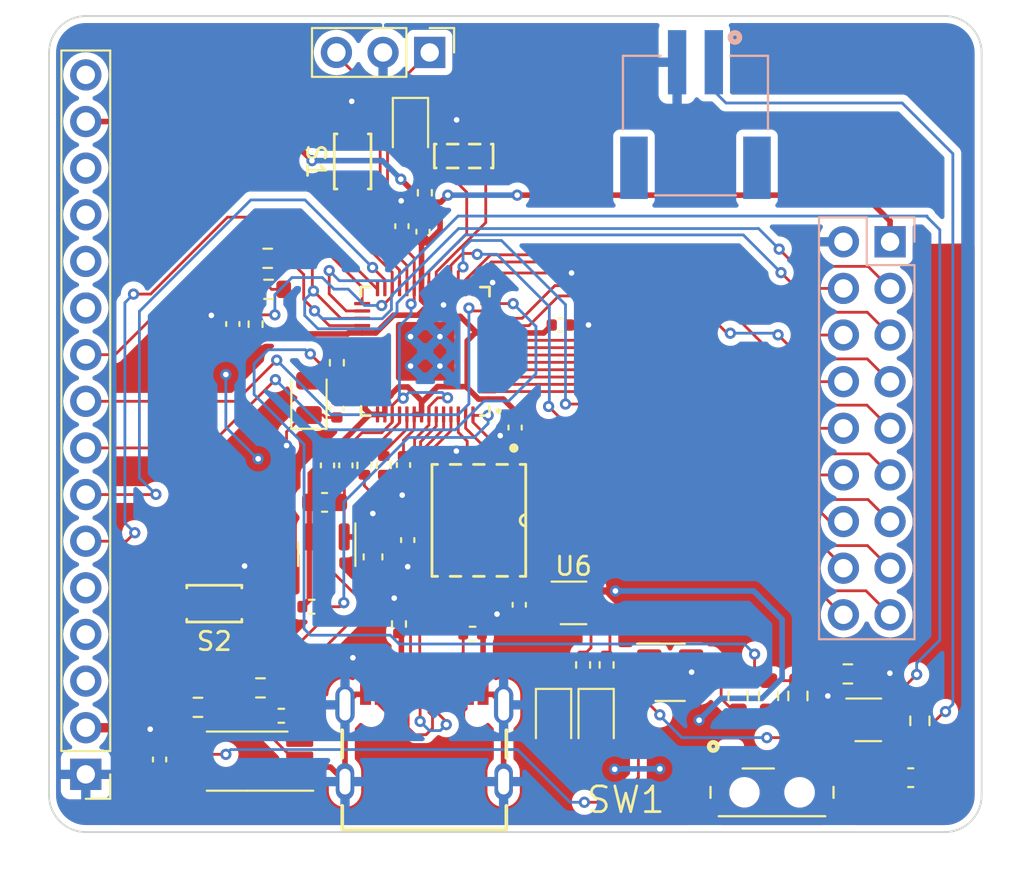
<source format=kicad_pcb>
(kicad_pcb (version 20211014) (generator pcbnew)
  (title_block (title "ENGR3430 Miniproject 3") (date "2022-09-22") (company "Olin College of Engineering"))
  (layers (0 "F.Cu" signal) (31 "B.Cu" signal) (34 "B.Paste" user) (35 "F.Paste" user) (36 "B.SilkS" user "B.Silkscreen") (37 "F.SilkS" user "F.Silkscreen") (38 "B.Mask" user) (39 "F.Mask" user) (44 "Edge.Cuts" user))
  (net 0 "")
  (net 1 "GND")
  (net 2 "+3V3")
  (net 3 "Net-(C10-Pad1)")
  (net 4 "VBUS")
  (net 5 "Net-(C14-Pad1)")
  (net 6 "Net-(C15-Pad1)")
  (net 7 "Net-(D1-Pad2)")
  (net 8 "Net-(D2-Pad2)")
  (net 9 "Net-(D3-Pad1)")
  (net 10 "Net-(D4-Pad1)")
  (net 11 "Net-(J1-PadA5)")
  (net 12 "Net-(J1-PadA6)")
  (net 13 "Net-(J1-PadA7)")
  (net 15 "Net-(J1-PadB5)")
  (net 17 "Net-(J2-Pad1)")
  (net 18 "/SWCLK")
  (net 19 "/SWDIO")
  (net 20 "/GPIO21")
  (net 21 "/GPIO20")
  (net 22 "/GPIO13")
  (net 23 "/GPIO12")
  (net 24 "/GPIO8")
  (net 25 "/GPIO9")
  (net 26 "/GPIO7")
  (net 27 "/GPIO6")
  (net 28 "/GPIO5")
  (net 29 "/GPIO4")
  (net 30 "/GPIO3")
  (net 31 "/GPIO2")
  (net 32 "/GPIO1")
  (net 33 "/GPIO0")
  (net 34 "/GPIO14")
  (net 35 "/GPIO15")
  (net 39 "/GPIO17")
  (net 40 "/GPIO16")
  (net 41 "/GPIO11")
  (net 42 "/GPIO10")
  (net 43 "/GPIO18")
  (net 45 "/GPIO19")
  (net 46 "Net-(Q1-Pad3)")
  (net 47 "Net-(Q1-Pad5)")
  (net 48 "/RUN")
  (net 49 "/BOOT")
  (net 50 "Net-(R5-Pad2)")
  (net 51 "Net-(R6-Pad2)")
  (net 52 "/GPIO25")
  (net 53 "Net-(R9-Pad2)")
  (net 54 "Net-(R10-Pad2)")
  (net 55 "Net-(R11-Pad1)")
  (net 56 "/GPIO26")
  (net 57 "Net-(R16-Pad2)")
  (net 58 "Net-(R18-Pad1)")
  (net 60 "Net-(U1-Pad2)")
  (net 61 "Net-(U1-Pad3)")
  (net 62 "Net-(U1-Pad5)")
  (net 63 "Net-(U1-Pad6)")
  (net 64 "Net-(U1-Pad7)")
  (net 65 "Net-(U2-Pad20)")
  (net 66 "Net-(U2-Pad21)")
  (net 67 "/GPIO22")
  (net 68 "/GPIO23")
  (net 69 "/GPIO24")
  (net 70 "/GPIO27")
  (net 71 "/GPIO28")
  (net 72 "/GPIO29")
  (footprint "Eclectronics:CSTNE" (layer "F.Cu") (at 70.9262 88.6298)
    (fp_text reference "Y1" hide)
    (fp_text value "12MHz")
  )
  (footprint "Resistor_SMD:R_0402_1005Metric" (layer "F.Cu") (at 64.0162 99.8898 -90)
    (fp_text reference "R7" hide)
    (fp_text value "1K")
  )
  (footprint "Resistor_SMD:R_0402_1005Metric" (layer "F.Cu") (at 68.81 90.63 90)
    (fp_text reference "R8" hide)
    (fp_text value "1K")
  )
  (footprint "Capacitor_SMD:C_0402_1005Metric" (layer "F.Cu") (at 58.35 97.78 90)
    (fp_text reference "C5" hide)
    (fp_text value "0.1µF")
  )
  (footprint "Capacitor_SMD:C_0402_1005Metric" (layer "F.Cu") (at 67.8762 109.5498 -90)
    (fp_text reference "C11" hide)
    (fp_text value "0.1µF")
  )
  (footprint "Resistor_SMD:R_0603_1608Metric" (layer "F.Cu") (at 60.25 94.2)
    (fp_text reference "R19" hide)
    (fp_text value "4.7k")
  )
  (footprint "LED_SMD:LED_0805_2012Metric" (layer "F.Cu") (at 62.4962 101.7998 90)
    (fp_text reference "D1" hide)
    (fp_text value "LED")
  )
  (footprint "Eclectronics:MIC_WSON-8" (layer "F.Cu") (at 71.7512 108.4748 -90)
    (fp_text reference "U1" hide)
    (fp_text value "W25Q128JV" hide)
  )
  (footprint "Resistor_SMD:R_0402_1005Metric" (layer "F.Cu") (at 67.4 114.12 90)
    (fp_text reference "R4" hide)
    (fp_text value "5.1K")
  )
  (footprint "Package_TO_SOT_SMD:SOT-23" (layer "F.Cu") (at 63.4662 110.3123 -90)
    (fp_text reference "U3" hide)
    (fp_text value "MCP1702T-3302E_CB")
  )
  (footprint "Resistor_SMD:R_0402_1005Metric" (layer "F.Cu") (at 66.5762 105.4798 90)
    (fp_text reference "R6" hide)
    (fp_text value "27Ω")
  )
  (footprint "Resistor_SMD:R_0402_1005Metric" (layer "F.Cu") (at 60.99 119.12)
    (fp_text reference "R18" hide)
    (fp_text value "1k")
  )
  (footprint "Capacitor_SMD:C_0402_1005Metric" (layer "F.Cu") (at 68.71 92.75 90)
    (fp_text reference "C4" hide)
    (fp_text value "0.1µF")
  )
  (footprint "Resistor_SMD:R_0603_1608Metric" (layer "F.Cu") (at 85.87 118.03 -90)
    (fp_text reference "R11" hide)
    (fp_text value "10k")
  )
  (footprint "Capacitor_SMD:C_0402_1005Metric" (layer "F.Cu") (at 64.5062 105.4798 -90)
    (fp_text reference "C9" hide)
    (fp_text value "1µF")
  )
  (footprint "Eclectronics:SW_PCM12SMTR" (layer "F.Cu") (at 87.72 123.29)
    (fp_text reference "SW1")
    (fp_text value "PCM12")
  )
  (footprint "Resistor_SMD:R_0603_1608Metric" (layer "F.Cu") (at 91.85 116.84)
    (fp_text reference "R14" hide)
    (fp_text value "10k")
  )
  (footprint "Capacitor_SMD:C_0603_1608Metric" (layer "F.Cu") (at 65.9862 110.4648 -90)
    (fp_text reference "C12" hide)
    (fp_text value "10µF")
  )
  (footprint "Eclectronics:KXT321LHS" (layer "F.Cu") (at 64.8762 88.9248 -90)
    (fp_text reference "S1")
    (fp_text value "RST")
  )
  (footprint "Resistor_SMD:R_0603_1608Metric" (layer "F.Cu") (at 95.775 119.395 90)
    (fp_text reference "R15" hide)
    (fp_text value "10k")
  )
  (footprint "Resistor_SMD:R_0603_1608Metric" (layer "F.Cu") (at 56.45 118.66)
    (fp_text reference "R16" hide)
    (fp_text value "10k")
  )
  (footprint "Capacitor_SMD:C_0402_1005Metric" (layer "F.Cu") (at 67.6462 105.4598 -90)
    (fp_text reference "C7" hide)
    (fp_text value "0.1µF")
  )
  (footprint "Resistor_SMD:R_0603_1608Metric" (layer "F.Cu") (at 60.295 95.89)
    (fp_text reference "R20" hide)
    (fp_text value "4.7k")
  )
  (footprint "Eclectronics:USB4105-GF-A" (layer "F.Cu") (at 68.78 122.705)
    (fp_text reference "J1" hide)
    (fp_text value "USB4105-GF-A")
  )
  (footprint "Connector_PinHeader_2.54mm:PinHeader_1x16_P2.54mm_Vertical" (layer "F.Cu") (at 50.34 122.31 180)
    (fp_text reference "J_st7735r1" hide)
    (fp_text value "Conn_01x16")
  )
  (footprint "Capacitor_SMD:C_0402_1005Metric" (layer "F.Cu") (at 63.5062 105.4798 -90)
    (fp_text reference "C8" hide)
    (fp_text value "1µF")
  )
  (footprint "Connector_PinHeader_2.54mm:PinHeader_1x03_P2.54mm_Vertical" (layer "F.Cu") (at 69.0725 82.9875 -90)
    (fp_text reference "J3" hide)
    (fp_text value "DEBUG")
  )
  (footprint "Capacitor_SMD:C_0402_1005Metric" (layer "F.Cu") (at 64.0162 102.3898 -90)
    (fp_text reference "C6" hide)
    (fp_text value "0.1µF")
  )
  (footprint "Resistor_SMD:R_0402_1005Metric" (layer "F.Cu") (at 78.71 116.35 90)
    (fp_text reference "R10" hide)
    (fp_text value "1k")
  )
  (footprint "LED_SMD:LED_0805_2012Metric" (layer "F.Cu") (at 68.0262 87.1498 -90)
    (fp_text reference "D2" hide)
    (fp_text value "PWR")
  )
  (footprint "Resistor_SMD:R_0402_1005Metric" (layer "F.Cu") (at 71.41 114.65)
    (fp_text reference "R1" hide)
    (fp_text value "5.1K")
  )
  (footprint "Eclectronics:KXT321LHS" (layer "F.Cu") (at 57.34 113.01 180)
    (fp_text reference "S2")
    (fp_text value "BOOT")
  )
  (footprint "Package_SO:TSSOP-8_4.4x3mm_P0.65mm" (layer "F.Cu") (at 59.13 121.59 180)
    (fp_text reference "U5" hide)
    (fp_text value "TPS2113APW")
  )
  (footprint "Package_TO_SOT_SMD:SOT-363_SC-70-6" (layer "F.Cu") (at 92.965 119.34)
    (fp_text reference "Q1" hide)
    (fp_text value "FDG6320C")
  )
  (footprint "Capacitor_SMD:C_0603_1608Metric" (layer "F.Cu") (at 95.275 122.49)
    (fp_text reference "C14" hide)
    (fp_text value "10µF")
  )
  (footprint "Package_TO_SOT_SMD:SOT-353_SC-70-5" (layer "F.Cu") (at 76.91 112.97)
    (fp_text reference "U6")
    (fp_text value "SN74LVC1GU04")
  )
  (footprint "Capacitor_SMD:C_0402_1005Metric" (layer "F.Cu") (at 73.9512 113.0748 90)
    (fp_text reference "C1" hide)
    (fp_text value "0.1µF")
  )
  (footprint "Resistor_SMD:R_0603_1608Metric" (layer "F.Cu") (at 87.53 118.03 90)
    (fp_text reference "R12" hide)
    (fp_text value "40k")
  )
  (footprint "Resistor_SMD:R_0402_1005Metric" (layer "F.Cu") (at 59.59 97.79 -90)
    (fp_text reference "R2" hide)
    (fp_text value "5.1K")
  )
  (footprint "Resistor_SMD:R_0402_1005Metric" (layer "F.Cu") (at 77.43 116.35 90)
    (fp_text reference "R9" hide)
    (fp_text value "1k")
  )
  (footprint "Package_TO_SOT_SMD:SOT-23-5" (layer "F.Cu") (at 82.17 116.75)
    (fp_text reference "U4" hide)
    (fp_text value "MCP73831T-2ACI_OT")
  )
  (footprint "Resistor_SMD:R_0603_1608Metric" (layer "F.Cu") (at 89.13 118.04 -90)
    (fp_text reference "R13" hide)
    (fp_text value "11k")
  )
  (footprint "Resistor_SMD:R_0603_1608Metric" (layer "F.Cu") (at 59.855 117.6)
    (fp_text reference "R17" hide)
    (fp_text value "20k")
  )
  (footprint "Capacitor_SMD:C_0402_1005Metric" (layer "F.Cu") (at 54.36 121.5 90)
    (fp_text reference "C15" hide)
    (fp_text value "1µF")
  )
  (footprint "Capacitor_SMD:C_0402_1005Metric" (layer "F.Cu") (at 73.7262 103.4198 -90)
    (fp_text reference "C2" hide)
    (fp_text value "0.1µF")
  )
  (footprint "Capacitor_SMD:C_0603_1608Metric" (layer "F.Cu") (at 63.3462 107.4948)
    (fp_text reference "C13" hide)
    (fp_text value "10µF")
  )
  (footprint "Capacitor_SMD:C_0402_1005Metric" (layer "F.Cu") (at 76.2 97.8348)
    (fp_text reference "C3" hide)
    (fp_text value "0.1µF")
  )
  (footprint "LED_SMD:LED_0805_2012Metric" (layer "F.Cu") (at 75.82 119.34 -90)
    (fp_text reference "D3" hide)
    (fp_text value "D_Small_Filled")
  )
  (footprint "Eclectronics:RP2040" (layer "F.Cu") (at 68.8308 99.2674 180)
    (fp_text reference "U2" hide)
    (fp_text value "RP2040")
  )
  (footprint "Capacitor_SMD:C_0402_1005Metric" (layer "F.Cu") (at 67.56 92.45 90)
    (fp_text reference "C10" hide)
    (fp_text value "0.1µF")
  )
  (footprint "LED_SMD:LED_0805_2012Metric" (layer "F.Cu") (at 78.14 119.34 -90)
    (fp_text reference "D4" hide)
    (fp_text value "D_Small_Filled")
  )
  (footprint "Resistor_SMD:R_0402_1005Metric" (layer "F.Cu") (at 65.5162 105.4798 90)
    (fp_text reference "R5" hide)
    (fp_text value "27Ω")
  )
  (footprint "Resistor_SMD:R_0402_1005Metric" (layer "F.Cu") (at 62.6462 113.1798 180)
    (fp_text reference "R3" hide)
    (fp_text value "5.1K")
  )
  (footprint "Eclectronics:JST_S2B-PH-SM4-TB(LF)(SN)" (layer "B.Cu") (at 83.55 83.52 180)
    (fp_text reference "J2" hide)
    (fp_text value "S2B-PH-SM4-TB")
  )
  (footprint "Connector_PinHeader_2.54mm:PinHeader_2x09_P2.54mm_Vertical" (layer "B.Cu") (at 94.15 93.3 180)
    (fp_text reference "J_ov7670" hide)
    (fp_text value "Conn_02x09_Odd_Even")
  )
  (gr_line (start 99.017114 82.318204) (end 99.048629 82.411343) (layer "Edge.Cuts") (width 0.1))
  (gr_line (start 99.115651 123.753654) (end 99.098023 123.852366) (layer "Edge.Cuts") (width 0.1))
  (gr_line (start 49.068207 124.995173) (end 48.995474 124.93217) (layer "Edge.Cuts") (width 0.1))
  (gr_line (start 48.460382 124.137608) (end 48.428868 124.044469) (layer "Edge.Cuts") (width 0.1))
  (gr_line (start 49.474226 125.255241) (end 49.387795 125.210973) (layer "Edge.Cuts") (width 0.1))
  (gr_line (start 48.338748 123.448384) (end 48.338748 83.007428) (layer "Edge.Cuts") (width 0.1))
  (gr_line (start 48.379473 82.603445) (end 48.401856 82.506465) (layer "Edge.Cuts") (width 0.1))
  (gr_line (start 48.379473 123.852366) (end 48.361845 123.753654) (layer "Edge.Cuts") (width 0.1))
  (gr_line (start 48.341357 123.551537) (end 48.338748 123.448384) (layer "Edge.Cuts") (width 0.1))
  (gr_line (start 48.428868 124.044469) (end 48.401856 123.949347) (layer "Edge.Cuts") (width 0.1))
  (gr_line (start 48.401856 123.949347) (end 48.379473 123.852366) (layer "Edge.Cuts") (width 0.1))
  (gr_line (start 98.796407 124.569134) (end 98.740521 124.647724) (layer "Edge.Cuts") (width 0.1))
  (gr_line (start 49.387795 125.210973) (end 49.303852 125.162707) (layer "Edge.Cuts") (width 0.1))
  (gr_line (start 49.842307 125.389801) (end 49.747185 125.362789) (layer "Edge.Cuts") (width 0.1))
  (gr_line (start 98.740521 124.647724) (end 98.681013 124.723449) (layer "Edge.Cuts") (width 0.1))
  (gr_line (start 50.038 125.429812) (end 49.939288 125.412183) (layer "Edge.Cuts") (width 0.1))
  (gr_line (start 97.439493 125.429812) (end 97.339175 125.442559) (layer "Edge.Cuts") (width 0.1))
  (gr_line (start 50.343269 81.002904) (end 50.343269 81.002904) (layer "Edge.Cuts") (width 0.1))
  (gr_line (start 50.038 81.026) (end 50.138318 81.013253) (layer "Edge.Cuts") (width 0.1))
  (gr_line (start 99.138748 83.007428) (end 99.138748 123.448384) (layer "Edge.Cuts") (width 0.1))
  (gr_line (start 98.896813 82.051951) (end 98.94108 82.138382) (layer "Edge.Cuts") (width 0.1))
  (gr_line (start 98.61801 124.796182) (end 98.551637 124.865798) (layer "Edge.Cuts") (width 0.1))
  (gr_line (start 98.482021 81.523642) (end 98.551637 81.590014) (layer "Edge.Cuts") (width 0.1))
  (gr_line (start 48.401856 82.506465) (end 48.428868 82.411343) (layer "Edge.Cuts") (width 0.1))
  (gr_line (start 49.143932 125.054681) (end 49.068207 124.995173) (layer "Edge.Cuts") (width 0.1))
  (gr_line (start 48.338748 123.448384) (end 48.338748 123.448384) (layer "Edge.Cuts") (width 0.1))
  (gr_line (start 97.823447 81.124537) (end 97.914476 81.160429) (layer "Edge.Cuts") (width 0.1))
  (gr_line (start 49.563018 81.160429) (end 49.654047 81.124537) (layer "Edge.Cuts") (width 0.1))
  (gr_line (start 49.842307 81.066011) (end 49.939288 81.043628) (layer "Edge.Cuts") (width 0.1))
  (gr_line (start 98.61801 81.65963) (end 98.681013 81.732363) (layer "Edge.Cuts") (width 0.1))
  (gr_line (start 48.925858 124.865798) (end 48.859486 124.796182) (layer "Edge.Cuts") (width 0.1))
  (gr_line (start 49.143932 81.401131) (end 49.222522 81.345244) (layer "Edge.Cuts") (width 0.1))
  (gr_line (start 48.361845 82.702158) (end 48.379473 82.603445) (layer "Edge.Cuts") (width 0.1))
  (gr_line (start 98.551637 124.865798) (end 98.482021 124.93217) (layer "Edge.Cuts") (width 0.1))
  (gr_line (start 97.134224 81.002904) (end 97.237376 81.005512) (layer "Edge.Cuts") (width 0.1))
  (gr_line (start 99.098023 123.852366) (end 99.07564 123.949347) (layer "Edge.Cuts") (width 0.1))
  (gr_line (start 49.222522 125.110568) (end 49.143932 125.054681) (layer "Edge.Cuts") (width 0.1))
  (gr_line (start 98.681013 124.723449) (end 98.61801 124.796182) (layer "Edge.Cuts") (width 0.1))
  (gr_line (start 49.939288 81.043628) (end 50.038 81.026) (layer "Edge.Cuts") (width 0.1))
  (gr_line (start 48.496273 82.227175) (end 48.536416 82.138382) (layer "Edge.Cuts") (width 0.1))
  (gr_line (start 97.237376 125.4503) (end 97.134224 125.452908) (layer "Edge.Cuts") (width 0.1))
  (gr_line (start 97.339175 81.013253) (end 97.439493 81.026) (layer "Edge.Cuts") (width 0.1))
  (gr_line (start 98.94108 124.317429) (end 98.896813 124.40386) (layer "Edge.Cuts") (width 0.1))
  (gr_line (start 99.017114 124.137608) (end 98.981223 124.228636) (layer "Edge.Cuts") (width 0.1))
  (gr_line (start 49.387795 81.244838) (end 49.474226 81.200571) (layer "Edge.Cuts") (width 0.1))
  (gr_line (start 99.048629 82.411343) (end 99.07564 82.506465) (layer "Edge.Cuts") (width 0.1))
  (gr_line (start 98.551637 81.590014) (end 98.61801 81.65963) (layer "Edge.Cuts") (width 0.1))
  (gr_line (start 48.995474 81.523642) (end 49.068207 81.460639) (layer "Edge.Cuts") (width 0.1))
  (gr_line (start 49.654047 81.124537) (end 49.747185 81.093023) (layer "Edge.Cuts") (width 0.1))
  (gr_line (start 49.654047 125.331274) (end 49.563018 125.295383) (layer "Edge.Cuts") (width 0.1))
  (gr_line (start 99.115651 82.702158) (end 99.128399 82.802476) (layer "Edge.Cuts") (width 0.1))
  (gr_line (start 49.747185 81.093023) (end 49.842307 81.066011) (layer "Edge.Cuts") (width 0.1))
  (gr_line (start 97.538206 81.043628) (end 97.635186 81.066011) (layer "Edge.Cuts") (width 0.1))
  (gr_line (start 98.254973 81.345244) (end 98.333564 81.401131) (layer "Edge.Cuts") (width 0.1))
  (gr_line (start 48.580683 124.40386) (end 48.536416 124.317429) (layer "Edge.Cuts") (width 0.1))
  (gr_line (start 98.981223 124.228636) (end 98.94108 124.317429) (layer "Edge.Cuts") (width 0.1))
  (gr_line (start 49.563018 125.295383) (end 49.474226 125.255241) (layer "Edge.Cuts") (width 0.1))
  (gr_line (start 99.07564 82.506465) (end 99.098023 82.603445) (layer "Edge.Cuts") (width 0.1))
  (gr_line (start 97.823447 125.331274) (end 97.730309 125.362789) (layer "Edge.Cuts") (width 0.1))
  (gr_line (start 48.460382 82.318204) (end 48.496273 82.227175) (layer "Edge.Cuts") (width 0.1))
  (gr_line (start 99.138748 83.007428) (end 99.138748 83.007428) (layer "Edge.Cuts") (width 0.1))
  (gr_line (start 98.409288 124.995173) (end 98.333564 125.054681) (layer "Edge.Cuts") (width 0.1))
  (gr_line (start 48.338748 83.007428) (end 48.338748 83.007428) (layer "Edge.Cuts") (width 0.1))
  (gr_line (start 97.134224 125.452908) (end 97.134224 125.452908) (layer "Edge.Cuts") (width 0.1))
  (gr_line (start 98.003269 81.200571) (end 98.0897 81.244838) (layer "Edge.Cuts") (width 0.1))
  (gr_line (start 50.343269 125.452908) (end 50.343269 125.452908) (layer "Edge.Cuts") (width 0.1))
  (gr_line (start 48.341357 82.904275) (end 48.349098 82.802476) (layer "Edge.Cuts") (width 0.1))
  (gr_line (start 98.333564 125.054681) (end 98.254973 125.110568) (layer "Edge.Cuts") (width 0.1))
  (gr_line (start 98.003269 125.255241) (end 97.914476 125.295383) (layer "Edge.Cuts") (width 0.1))
  (gr_line (start 49.068207 81.460639) (end 49.143932 81.401131) (layer "Edge.Cuts") (width 0.1))
  (gr_line (start 97.134224 125.452908) (end 50.343269 125.452908) (layer "Edge.Cuts") (width 0.1))
  (gr_line (start 99.098023 82.603445) (end 99.115651 82.702158) (layer "Edge.Cuts") (width 0.1))
  (gr_line (start 99.128399 123.653335) (end 99.115651 123.753654) (layer "Edge.Cuts") (width 0.1))
  (gr_line (start 98.740521 81.808088) (end 98.796407 81.886678) (layer "Edge.Cuts") (width 0.1))
  (gr_line (start 98.0897 125.210973) (end 98.003269 125.255241) (layer "Edge.Cuts") (width 0.1))
  (gr_line (start 48.995474 124.93217) (end 48.925858 124.865798) (layer "Edge.Cuts") (width 0.1))
  (gr_line (start 48.361845 123.753654) (end 48.349098 123.653335) (layer "Edge.Cuts") (width 0.1))
  (gr_line (start 48.536416 124.317429) (end 48.496273 124.228636) (layer "Edge.Cuts") (width 0.1))
  (gr_line (start 48.736975 81.808088) (end 48.796483 81.732363) (layer "Edge.Cuts") (width 0.1))
  (gr_line (start 48.628949 81.968008) (end 48.681089 81.886678) (layer "Edge.Cuts") (width 0.1))
  (gr_line (start 98.254973 125.110568) (end 98.173643 125.162707) (layer "Edge.Cuts") (width 0.1))
  (gr_line (start 99.138748 123.448384) (end 99.136139 123.551537) (layer "Edge.Cuts") (width 0.1))
  (gr_line (start 48.349098 123.653335) (end 48.341357 123.551537) (layer "Edge.Cuts") (width 0.1))
  (gr_line (start 97.134224 81.002904) (end 97.134224 81.002904) (layer "Edge.Cuts") (width 0.1))
  (gr_line (start 99.138748 123.448384) (end 99.138748 123.448384) (layer "Edge.Cuts") (width 0.1))
  (gr_line (start 97.635186 81.066011) (end 97.730309 81.093023) (layer "Edge.Cuts") (width 0.1))
  (gr_line (start 98.482021 124.93217) (end 98.409288 124.995173) (layer "Edge.Cuts") (width 0.1))
  (gr_line (start 98.173643 81.293105) (end 98.254973 81.345244) (layer "Edge.Cuts") (width 0.1))
  (gr_line (start 50.240116 81.005512) (end 50.343269 81.002904) (layer "Edge.Cuts") (width 0.1))
  (gr_line (start 99.048629 124.044469) (end 99.017114 124.137608) (layer "Edge.Cuts") (width 0.1))
  (gr_line (start 99.136139 82.904275) (end 99.138748 83.007428) (layer "Edge.Cuts") (width 0.1))
  (gr_line (start 50.343269 81.002904) (end 50.343269 81.002904) (layer "Edge.Cuts") (width 0.1))
  (gr_line (start 98.0897 81.244838) (end 98.173643 81.293105) (layer "Edge.Cuts") (width 0.1))
  (gr_line (start 48.428868 82.411343) (end 48.460382 82.318204) (layer "Edge.Cuts") (width 0.1))
  (gr_line (start 50.343269 125.452908) (end 50.240116 125.4503) (layer "Edge.Cuts") (width 0.1))
  (gr_line (start 49.939288 125.412183) (end 49.842307 125.389801) (layer "Edge.Cuts") (width 0.1))
  (gr_line (start 48.796483 81.732363) (end 48.859486 81.65963) (layer "Edge.Cuts") (width 0.1))
  (gr_line (start 98.981223 82.227175) (end 99.017114 82.318204) (layer "Edge.Cuts") (width 0.1))
  (gr_line (start 48.925858 81.590014) (end 48.995474 81.523642) (layer "Edge.Cuts") (width 0.1))
  (gr_line (start 99.07564 123.949347) (end 99.048629 124.044469) (layer "Edge.Cuts") (width 0.1))
  (gr_line (start 48.736975 124.647724) (end 48.681089 124.569134) (layer "Edge.Cuts") (width 0.1))
  (gr_line (start 97.730309 81.093023) (end 97.823447 81.124537) (layer "Edge.Cuts") (width 0.1))
  (gr_line (start 50.138318 81.013253) (end 50.240116 81.005512) (layer "Edge.Cuts") (width 0.1))
  (gr_line (start 98.333564 81.401131) (end 98.409288 81.460639) (layer "Edge.Cuts") (width 0.1))
  (gr_line (start 49.747185 125.362789) (end 49.654047 125.331274) (layer "Edge.Cuts") (width 0.1))
  (gr_line (start 97.439493 81.026) (end 97.538206 81.043628) (layer "Edge.Cuts") (width 0.1))
  (gr_line (start 97.914476 81.160429) (end 98.003269 81.200571) (layer "Edge.Cuts") (width 0.1))
  (gr_line (start 97.635186 125.389801) (end 97.538206 125.412183) (layer "Edge.Cuts") (width 0.1))
  (gr_line (start 48.536416 82.138382) (end 48.580683 82.051951) (layer "Edge.Cuts") (width 0.1))
  (gr_line (start 48.496273 124.228636) (end 48.460382 124.137608) (layer "Edge.Cuts") (width 0.1))
  (gr_line (start 98.409288 81.460639) (end 98.482021 81.523642) (layer "Edge.Cuts") (width 0.1))
  (gr_line (start 98.848547 124.487804) (end 98.796407 124.569134) (layer "Edge.Cuts") (width 0.1))
  (gr_line (start 49.303852 81.293105) (end 49.387795 81.244838) (layer "Edge.Cuts") (width 0.1))
  (gr_line (start 48.580683 82.051951) (end 48.628949 81.968008) (layer "Edge.Cuts") (width 0.1))
  (gr_line (start 98.94108 82.138382) (end 98.981223 82.227175) (layer "Edge.Cuts") (width 0.1))
  (gr_line (start 97.914476 125.295383) (end 97.823447 125.331274) (layer "Edge.Cuts") (width 0.1))
  (gr_line (start 50.240116 125.4503) (end 50.138318 125.442559) (layer "Edge.Cuts") (width 0.1))
  (gr_line (start 99.136139 123.551537) (end 99.128399 123.653335) (layer "Edge.Cuts") (width 0.1))
  (gr_line (start 48.681089 81.886678) (end 48.736975 81.808088) (layer "Edge.Cuts") (width 0.1))
  (gr_line (start 50.138318 125.442559) (end 50.038 125.429812) (layer "Edge.Cuts") (width 0.1))
  (gr_line (start 48.349098 82.802476) (end 48.361845 82.702158) (layer "Edge.Cuts") (width 0.1))
  (gr_line (start 48.338748 83.007428) (end 48.341357 82.904275) (layer "Edge.Cuts") (width 0.1))
  (gr_line (start 48.681089 124.569134) (end 48.628949 124.487804) (layer "Edge.Cuts") (width 0.1))
  (gr_line (start 98.796407 81.886678) (end 98.848547 81.968008) (layer "Edge.Cuts") (width 0.1))
  (gr_line (start 49.222522 81.345244) (end 49.303852 81.293105) (layer "Edge.Cuts") (width 0.1))
  (gr_line (start 99.128399 82.802476) (end 99.136139 82.904275) (layer "Edge.Cuts") (width 0.1))
  (gr_line (start 48.628949 124.487804) (end 48.580683 124.40386) (layer "Edge.Cuts") (width 0.1))
  (gr_line (start 48.796483 124.723449) (end 48.736975 124.647724) (layer "Edge.Cuts") (width 0.1))
  (gr_line (start 98.848547 81.968008) (end 98.896813 82.051951) (layer "Edge.Cuts") (width 0.1))
  (gr_line (start 97.237376 81.005512) (end 97.339175 81.013253) (layer "Edge.Cuts") (width 0.1))
  (gr_line (start 98.681013 81.732363) (end 98.740521 81.808088) (layer "Edge.Cuts") (width 0.1))
  (gr_line (start 98.173643 125.162707) (end 98.0897 125.210973) (layer "Edge.Cuts") (width 0.1))
  (gr_line (start 97.730309 125.362789) (end 97.635186 125.389801) (layer "Edge.Cuts") (width 0.1))
  (gr_line (start 49.303852 125.162707) (end 49.222522 125.110568) (layer "Edge.Cuts") (width 0.1))
  (gr_line (start 50.343269 81.002904) (end 97.134224 81.002904) (layer "Edge.Cuts") (width 0.1))
  (gr_line (start 48.859486 124.796182) (end 48.796483 124.723449) (layer "Edge.Cuts") (width 0.1))
  (gr_line (start 49.474226 81.200571) (end 49.563018 81.160429) (layer "Edge.Cuts") (width 0.1))
  (gr_line (start 98.896813 124.40386) (end 98.848547 124.487804) (layer "Edge.Cuts") (width 0.1))
  (gr_line (start 97.339175 125.442559) (end 97.237376 125.4503) (layer "Edge.Cuts") (width 0.1))
  (gr_line (start 97.538206 125.412183) (end 97.439493 125.429812) (layer "Edge.Cuts") (width 0.1))
  (gr_line (start 48.859486 81.65963) (end 48.925858 81.590014) (layer "Edge.Cuts") (width 0.1))
  (segment (start 58.965 113.01) (end 58.965 110.985) (width 0.1524) (layer "F.Cu") (net 1))
  (segment (start 76.6848 97.83) (end 76.68 97.8348) (width 0.1524) (layer "F.Cu") (net 1))
  (segment (start 73.02 95) (end 76.8 95) (width 0.1524) (layer "F.Cu") (net 1))
  (segment (start 54.765 120.615) (end 54.36 121.02) (width 0.1524) (layer "F.Cu") (net 1))
  (segment (start 64.4262 106.0398) (end 64.5062 105.9598) (width 0.1524) (layer "F.Cu") (net 1))
  (segment (start 53.8 119.9) (end 53.85 119.85) (width 0.1524) (layer "F.Cu") (net 1))
  (segment (start 67.52 91.93) (end 67.56 91.97) (width 0.1524) (layer "F.Cu") (net 1))
  (segment (start 68.1339 86.32) (end 68.0262 86.2123) (width 0.1524) (layer "F.Cu") (net 1))
  (segment (start 67.14 112.71) (end 67.4 112.97) (width 0.1524) (layer "F.Cu") (net 1))
  (segment (start 56.2675 119.3025) (end 55.625 118.66) (width 0.1524) (layer "F.Cu") (net 1))
  (segment (start 83.34 116.74) (end 84.39 116.74) (width 0.1524) (layer "F.Cu") (net 1))
  (segment (start 58.35 97.3) (end 57.19 97.3) (width 0.1524) (layer "F.Cu") (net 1))
  (segment (start 64.8762 85.6998) (end 64.8262 85.6498) (width 0.1524) (layer "F.Cu") (net 1))
  (segment (start 93.01 120.43) (end 93.01 119.1538) (width 0.1524) (layer "F.Cu") (net 1))
  (segment (start 53.8 120.69) (end 53.8 119.9) (width 0.1524) (layer "F.Cu") (net 1))
  (segment (start 83.34 116.74) (end 83.33 116.75) (width 0.1524) (layer "F.Cu") (net 1))
  (segment (start 64.4162 107.7898) (end 64.4162 109.3748) (width 0.1524) (layer "F.Cu") (net 1))
  (segment (start 64.5062 105.9598) (end 63.5062 105.9598) (width 0.1524) (layer "F.Cu") (net 1))
  (segment (start 64.4162 109.3748) (end 64.8962 109.3748) (width 0.3048) (layer "F.Cu") (net 1))
  (segment (start 62.095 118.525) (end 64.46 118.525) (width 0.1524) (layer "F.Cu") (net 1))
  (segment (start 65.58 116.65) (end 64.89 115.96) (width 0.3048) (layer "F.Cu") (net 1))
  (segment (start 72.954836 103.8998) (end 73.7262 103.8998) (width 0.1524) (layer "F.Cu") (net 1))
  (segment (start 72.5 95.52) (end 73.02 95) (width 0.1524) (layer "F.Cu") (net 1))
  (segment (start 94.1 116.84) (end 94.14 116.8) (width 0.1524) (layer "F.Cu") (net 1))
  (segment (start 64.8762 87.2998) (end 64.8762 85.6998) (width 0.1524) (layer "F.Cu") (net 1))
  (segment (start 67.6462 107.0298) (end 67.5762 107.0998) (width 0.1524) (layer "F.Cu") (net 1))
  (segment (start 58.965 110.985) (end 58.99 110.96) (width 0.1524) (layer "F.Cu") (net 1))
  (segment (start 73.1 118.525) (end 73.1 122.705) (width 0.3048) (layer "F.Cu") (net 1))
  (segment (start 64.46 118.525) (end 65.035 117.95) (width 0.3048) (layer "F.Cu") (net 1))
  (segment (start 85.625 118.855) (end 85.87 118.855) (width 0.1524) (layer "F.Cu") (net 1))
  (segment (start 70.5262 104.6998) (end 69.8462 105.3798) (width 0.3048) (layer "F.Cu") (net 1))
  (segment (start 77.724 97.83) (end 76.6848 97.83) (width 0.1524) (layer "F.Cu") (net 1))
  (segment (start 62.4962 102.7373) (end 62.1887 102.7373) (width 0.1524) (layer "F.Cu") (net 1))
  (segment (start 92.015 118.69) (end 91.41 118.69) (width 0.1524) (layer "F.Cu") (net 1))
  (segment (start 70.54 86.66) (end 70.9262 87.0462) (width 0.1524) (layer "F.Cu") (net 1))
  (segment (start 93.83 121.25) (end 93.01 120.43) (width 0.1524) (layer "F.Cu") (net 1))
  (segment (start 84.39 116.74) (end 84.95 117.3) (width 0.1524) (layer "F.Cu") (net 1))
  (segment (start 63.67 121.915) (end 61.9925 121.915) (width 0.3048) (layer "F.Cu") (net 1))
  (segment (start 56.2675 120.615) (end 56.2675 119.3025) (width 0.1524) (layer "F.Cu") (net 1))
  (segment (start 64.1212 107.4948) (end 64.4162 107.7898) (width 0.1524) (layer "F.Cu") (net 1))
  (segment (start 64.8962 109.3748) (end 65.2112 109.6898) (width 0.3048) (layer "F.Cu") (net 1))
  (segment (start 84.95 118.18) (end 85.625 118.855) (width 0.1524) (layer "F.Cu") (net 1))
  (segment (start 64.1212 107.4948) (end 64.4262 107.1898) (width 0.1524) (layer "F.Cu") (net 1))
  (segment (start 92.5462 118.69) (end 92.015 118.69) (width 0.1524) (layer "F.Cu") (net 1))
  (segment (start 63.3962 102.8698) (end 64.0162 102.8698) (width 0.1524) (layer "F.Cu") (net 1))
  (segment (start 65.2112 109.6898) (end 65.9862 109.6898) (width 0.3048) (layer "F.Cu") (net 1))
  (segment (start 54.13 121.02) (end 53.8 120.69) (width 0.1524) (layer "F.Cu") (net 1))
  (segment (start 70.2 86.32) (end 68.1339 86.32) (width 0.1524) (layer "F.Cu") (net 1))
  (segment (start 69.8462 105.3798) (end 69.8462 105.7824) (width 0.3048) (layer "F.Cu") (net 1))
  (segment (start 72.74 113.58) (end 72.74 113.59) (width 0.1524) (layer "F.Cu") (net 1))
  (segment (start 69.8308 96.7361) (end 69.8262 96.7407) (width 0.1524) (layer "F.Cu") (net 1))
  (segment (start 65.9862 109.6898) (end 65.9862 108.1098) (width 0.1524) (layer "F.Cu") (net 1))
  (segment (start 72.74 113.58) (end 72.7652 113.5548) (width 0.1524) (layer "F.Cu") (net 1))
  (segment (start 62.1887 102.7373) (end 61.2762 103.6498) (width 0.1524) (layer "F.Cu") (net 1))
  (segment (start 68.71 92.27) (end 67.86 92.27) (width 0.3048) (layer "F.Cu") (net 1))
  (segment (start 69.8308 95.8299) (end 69.8308 96.7361) (width 0.1524) (layer "F.Cu") (net 1))
  (segment (start 69.8462 105.7824) (end 69.8462 106.3948) (width 0.3048) (layer "F.Cu") (net 1))
  (segment (start 71.92 114.65) (end 71.98 114.71) (width 0.3048) (layer "F.Cu") (net 1))
  (segment (start 64.4262 107.1898) (end 64.4262 106.0398) (width 0.1524) (layer "F.Cu") (net 1))
  (segment (start 74.0164 113.62) (end 73.9512 113.5548) (width 0.1524) (layer "F.Cu") (net 1))
  (segment (start 83.33 116.75) (end 81.0325 116.75) (width 0.1524) (layer "F.Cu") (net 1))
  (segment (start 67.8762 110.0298) (end 67.8762 110.9998) (width 0.1524) (layer "F.Cu") (net 1))
  (segment (start 67.52 91.07) (end 67.52 91.93) (width 0.1524) (layer "F.Cu") (net 1))
  (segment (start 67.6462 105.9398) (end 67.6462 107.0298) (width 0.1524) (layer "F.Cu") (net 1))
  (segment (start 65.58 117.95) (end 65.58 116.65) (width 0.3048) (layer "F.Cu") (net 1))
  (segment (start 71.7512 108.2998) (end 71.7512 108.4748) (width 0.3048) (layer "F.Cu") (net 1))
  (segment (start 67.4 112.97) (end 67.4 113.61) (width 0.1524) (layer "F.Cu") (net 1))
  (segment (start 69.8462 106.3948) (end 71.7512 108.2998) (width 0.3048) (layer "F.Cu") (net 1))
  (segment (start 72.915518 103.860482) (end 72.954836 103.8998) (width 0.1524) (layer "F.Cu") (net 1))
  (segment (start 67.86 92.27) (end 67.56 91.97) (width 0.3048) (layer "F.Cu") (net 1))
  (segment (start 56.2675 120.615) (end 54.765 120.615) (width 0.1524) (layer "F.Cu") (net 1))
  (segment (start 70.9262 87.0462) (end 70.9262 88.6298) (width 0.1524) (layer "F.Cu") (net 1))
  (segment (start 57.19 97.3) (end 57.18 97.31) (width 0.1524) (layer "F.Cu") (net 1))
  (segment (start 84.95 117.3) (end 84.95 118.18) (width 0.1524) (layer "F.Cu") (net 1))
  (segment (start 63.2637 102.7373) (end 63.3962 102.8698) (width 0.1524) (layer "F.Cu") (net 1))
  (segment (start 72.525 117.95) (end 73.1 118.525) (width 0.3048) (layer "F.Cu") (net 1))
  (segment (start 92.675 116.84) (end 94.1 116.84) (width 0.1524) (layer "F.Cu") (net 1))
  (segment (start 93.01 119.1538) (end 92.5462 118.69) (width 0.1524) (layer "F.Cu") (net 1))
  (segment (start 65.9862 108.1098) (end 65.9762 108.0998) (width 0.1524) (layer "F.Cu") (net 1))
  (segment (start 91.41 118.69) (end 90.76 118.04) (width 0.1524) (layer "F.Cu") (net 1))
  (segment (start 72.74 113.59) (end 71.92 114.41) (width 0.1524) (layer "F.Cu") (net 1))
  (segment (start 96.05 122.49) (end 94.81 121.25) (width 0.1524) (layer "F.Cu") (net 1))
  (segment (start 75.96 113.62) (end 74.0164 113.62) (width 0.1524) (layer "F.Cu") (net 1))
  (segment (start 64.46 118.525) (end 64.46 122.705) (width 0.3048) (layer "F.Cu") (net 1))
  (segment (start 72.7652 113.5548) (end 73.9512 113.5548) (width 0.1524) (layer "F.Cu") (net 1))
  (segment (start 85.87 118.855) (end 87.53 118.855) (width 0.1524) (layer "F.Cu") (net 1))
  (segment (start 64.46 122.705) (end 63.67 121.915) (width 0.3048) (layer "F.Cu") (net 1))
  (segment (start 71.98 117.95) (end 72.525 117.95) (width 0.3048) (layer "F.Cu") (net 1))
  (segment (start 71.98 114.71) (end 71.98 117.95) (width 0.3048) (layer "F.Cu") (net 1))
  (segment (start 94.81 121.25) (end 93.83 121.25) (width 0.1524) (layer "F.Cu") (net 1))
  (segment (start 61.5 119.12) (end 62.095 118.525) (width 0.1524) (layer "F.Cu") (net 1))
  (segment (start 61.2762 103.6498) (end 61.2762 104.3998) (width 0.1524) (layer "F.Cu") (net 1))
  (segment (start 54.36 121.02) (end 54.13 121.02) (width 0.1524) (layer "F.Cu") (net 1))
  (segment (start 65.035 117.95) (end 65.58 117.95) (width 0.3048) (layer "F.Cu") (net 1))
  (segment (start 70.54 86.66) (end 70.2 86.32) (width 0.1524) (layer "F.Cu") (net 1))
  (segment (start 62.4962 102.7373) (end 63.2637 102.7373) (width 0.1524) (layer "F.Cu") (net 1))
  (segment (start 71.92 114.41) (end 71.92 114.65) (width 0.1524) (layer "F.Cu") (net 1))
  (via (at 70.5262 104.6998) (size 0.6096) (drill 0.3048) (layers "F.Cu" "B.Cu") (net 1))
  (via (at 70.54 86.66) (size 0.6096) (drill 0.3048) (layers "F.Cu" "B.Cu") (net 1))
  (via (at 69.8262 96.7407) (size 0.6096) (drill 0.3048) (layers "F.Cu" "B.Cu") (net 1))
  (via (at 94.14 116.8) (size 0.6096) (drill 0.3048) (layers "F.Cu" "B.Cu") (net 1))
  (via (at 67.5762 107.0998) (size 0.6096) (drill 0.3048) (layers "F.Cu" "B.Cu") (net 1))
  (via (at 67.8762 110.9998) (size 0.6096) (drill 0.3048) (layers "F.Cu" "B.Cu") (net 1))
  (via (at 77.724 97.83) (size 0.6096) (drill 0.3048) (layers "F.Cu" "B.Cu") (net 1))
  (via (at 67.14 112.71) (size 0.6096) (drill 0.3048) (layers "F.Cu" "B.Cu") (net 1))
  (via (at 72.5 95.52) (size 0.6096) (drill 0.3048) (layers "F.Cu" "B.Cu") (net 1))
  (via (at 53.85 119.85) (size 0.6096) (drill 0.3048) (layers "F.Cu" "B.Cu") (net 1))
  (via (at 64.8262 85.6498) (size 0.6096) (drill 0.3048) (layers "F.Cu" "B.Cu") (net 1))
  (via (at 72.74 113.58) (size 0.6096) (drill 0.3048) (layers "F.Cu" "B.Cu") (net 1))
  (via (at 67.52 91.07) (size 0.6096) (drill 0.3048) (layers "F.Cu" "B.Cu") (net 1))
  (via (at 64.89 115.96) (size 0.6096) (drill 0.3048) (layers "F.Cu" "B.Cu") (net 1))
  (via (at 90.76 118.04) (size 0.6096) (drill 0.3048) (layers "F.Cu" "B.Cu") (net 1))
  (via (at 83.34 116.74) (size 0.6096) (drill 0.3048) (layers "F.Cu" "B.Cu") (net 1))
  (via (at 57.18 97.31) (size 0.6096) (drill 0.3048) (layers "F.Cu" "B.Cu") (net 1))
  (via (at 72.915518 103.860482) (size 0.6096) (drill 0.3048) (layers "F.Cu" "B.Cu") (net 1))
  (via (at 65.9762 108.0998) (size 0.6096) (drill 0.3048) (layers "F.Cu" "B.Cu") (net 1))
  (via (at 61.2762 104.3998) (size 0.6096) (drill 0.3048) (layers "F.Cu" "B.Cu") (net 1))
  (via (at 58.99 110.96) (size 0.6096) (drill 0.3048) (layers "F.Cu" "B.Cu") (net 1))
  (via (at 76.8 95) (size 0.6096) (drill 0.3048) (layers "F.Cu" "B.Cu") (net 1))
  (segment (start 69.8262 96.7407) (end 70.6869 95.88) (width 0.1524) (layer "B.Cu") (net 1))
  (segment (start 72.14 95.88) (end 72.5 95.52) (width 0.1524) (layer "B.Cu") (net 1))
  (segment (start 70.6869 95.88) (end 72.14 95.88) (width 0.1524) (layer "B.Cu") (net 1))
  (segment (start 76.8 95) (end 77.724 95.924) (width 0.1524) (layer "B.Cu") (net 1))
  (segment (start 77.724 95.924) (end 77.724 97.83) (width 0.1524) (layer "B.Cu") (net 1))
  (segment (start 58.39 98.3) (end 58.35 98.26) (width 0.3048) (layer "F.Cu") (net 2))
  (segment (start 68.7862 96.9498) (end 69.1012 96.9498) (width 0.3048) (layer "F.Cu") (net 2))
  (segment (start 68.2308 103.526252) (end 67.6462 104.110852) (width 0.1524) (layer "F.Cu") (net 2))
  (segment (start 67.106967 97.299033) (end 68.436967 97.299033) (width 0.3048) (layer "F.Cu") (net 2))
  (segment (start 68.6308 93.3092) (end 68.71 93.23) (width 0.3048) (layer "F.Cu") (net 2))
  (segment (start 73.7262 102.5118) (end 73.7262 102.9398) (width 0.3048) (layer "F.Cu") (net 2))
  (segment (start 70.739 97.3626) (end 69.514 97.3626) (width 0.3048) (layer "F.Cu") (net 2))
  (segment (start 66.6308 102.000941) (end 66.963823 101.667918) (width 0.3048) (layer "F.Cu") (net 2))
  (segment (start 69.4988 101.1898) (end 68.6308 102.0578) (width 0.3048) (layer "F.Cu") (net 2))
  (segment (start 66.2308 102.7049) (end 65.8613 102.7049) (width 0.3048) (layer "F.Cu") (net 2))
  (segment (start 62.5712 107.4948) (end 62.5712 105.9348) (width 0.3048) (layer "F.Cu") (net 2))
  (segment (start 69.06 93.23) (end 69.64 92.65) (width 0.3048) (layer "F.Cu") (net 2))
  (segment (start 71.1162 101.247492) (end 71.736108 101.8674) (width 0.3048) (layer "F.Cu") (net 2))
  (segment (start 69.64 91.62) (end 69.16 91.14) (width 0.3048) (layer "F.Cu") (net 2))
  (segment (start 59.61 98.32) (end 59.59 98.3) (width 0.3048) (layer "F.Cu") (net 2))
  (segment (start 73.6562 111.1672) (end 73.6562 111.7548) (width 0.3048) (layer "F.Cu") (net 2))
  (segment (start 50.34 86.75) (end 60.53 86.75) (width 0.3048) (layer "F.Cu") (net 2))
  (segment (start 74.1162 102.9398) (end 74.4762 103.2998) (width 0.3048) (layer "F.Cu") (net 2))
  (segment (start 68.81 91.14) (end 68.75 91.14) (width 0.3048) (layer "F.Cu") (net 2))
  (segment (start 67.6462 104.110852) (end 67.6462 104.9798) (width 0.1524) (layer "F.Cu") (net 2))
  (segment (start 65.3933 101.8674) (end 64.0586 101.8674) (width 0.3048) (layer "F.Cu") (net 2))
  (segment (start 66.963823 101.667918) (end 66.963823 101.622972) (width 0.3048) (layer "F.Cu") (net 2))
  (segment (start 66.6308 102.7049) (end 66.6308 102.000941) (width 0.3048) (layer "F.Cu") (net 2))
  (segment (start 68.6308 95.8299) (end 68.6308 93.3092) (width 0.3048) (layer "F.Cu") (net 2))
  (segment (start 67.881605 101.2102) (end 68.6662 101.994795) (width 0.3048) (layer "F.Cu") (net 2))
  (segment (start 68.6308 95.8299) (end 68.6308 96.4794) (width 0.3048) (layer "F.Cu") (net 2))
  (segment (start 72.2683 98.2674) (end 71.5486 98.2674) (width 0.3048) (layer "F.Cu") (net 2))
  (segment (start 73.7262 102.9398) (end 74.1162 102.9398) (width 0.3048) (layer "F.Cu") (net 2))
  (segment (start 66.1386 98.2674) (end 67.106967 97.299033) (width 0.3048) (layer "F.Cu") (net 2))
  (segment (start 68.436967 97.299033) (end 68.7862 96.9498) (width 0.3048) (layer "F.Cu") (net 2))
  (segment (start 68.75 91.14) (end 67.5 89.89) (width 0.3048) (layer "F.Cu") (net 2))
  (segment (start 71.1162 98.6998) (end 71.1162 101.247492) (width 0.3048) (layer "F.Cu") (net 2))
  (segment (start 71.5486 98.1722) (end 70.739 97.3626) (width 0.3048) (layer "F.Cu") (net 2))
  (segment (start 65.8613 102.7049) (end 65.5562 102.3998) (width 0.3048) (layer "F.Cu") (net 2))
  (segment (start 63.5062 104.9998) (end 65.8011 102.7049) (width 0.3048) (layer "F.Cu") (net 2))
  (segment (start 92.74 90.76) (end 94.15 92.17) (width 0.3048) (layer "F.Cu") (net 2))
  (segment (start 71.058508 101.1898) (end 71.1162 101.247492) (width 0.3048) (layer "F.Cu") (net 2))
  (segment (start 67.376595 101.2102) (end 67.881605 101.2102) (width 0.3048) (layer "F.Cu") (net 2))
  (segment (start 64.0586 101.8674) (end 64.0162 101.9098) (width 0.3048) (layer "F.Cu") (net 2))
  (segment (start 69.68 91.14) (end 70.06 90.76) (width 0.3048) (layer "F.Cu") (net 2))
  (segment (start 68.71 93.23) (end 69.06 93.23) (width 0.3048) (layer "F.Cu") (net 2))
  (segment (start 68.6308 102.7049) (end 68.2308 102.7049) (width 0.3048) (layer "F.Cu") (net 2))
  (segment (start 75.2874 98.2674) (end 75.72 97.8348) (width 0.3048) (layer "F.Cu") (net 2))
  (segment (start 71.5486 98.2674) (end 71.1162 98.6998) (width 0.3048) (layer "F.Cu") (net 2))
  (segment (start 62.5162 109.3748) (end 62.5162 107.5498) (width 0.3048) (layer "F.Cu") (net 2))
  (segment (start 74.4762 103.2998) (end 74.4762 110.3472) (width 0.3048) (layer "F.Cu") (net 2))
  (segment (start 62.5162 112.7998) (end 62.1362 113.1798) (width 0.3048) (layer "F.Cu") (net 2))
  (segment (start 73.6562 111.7548) (end 73.9562 112.0548) (width 0.3048) (layer "F.Cu") (net 2))
  (segment (start 59.59 98.3) (end 58.39 98.3) (width 0.3048) (layer "F.Cu") (net 2))
  (segment (start 73.9562 112.5898) (end 73.9512 112.5948) (width 0.1524) (layer "F.Cu") (net 2))
  (segment (start 74.4762 110.3472) (end 73.6562 111.1672) (width 0.3048) (layer "F.Cu") (net 2))
  (segment (start 71.736108 101.8674) (end 72.2683 101.8674) (width 0.3048) (layer "F.Cu") (net 2))
  (segment (start 64.6 98.32) (end 59.61 98.32) (width 0.3048) (layer "F.Cu") (net 2))
  (segment (start 73.9562 112.0548) (end 73.9562 112.5898) (width 0.3048) (layer "F.Cu") (net 2))
  (segment (start 68.2308 102.7049) (end 68.2308 103.526252) (width 0.1524) (layer "F.Cu") (net 2))
  (segment (start 73.0818 101.8674) (end 73.7262 102.5118) (width 0.3048) (layer "F.Cu") (net 2))
  (segment (start 69.514 97.3626) (end 69.1012 96.9498) (width 0.3048) (layer "F.Cu") (net 2))
  (segment (start 62.5162 107.5498) (end 62.5712 107.4948) (width 0.3048) (layer "F.Cu") (net 2))
  (segment (start 71.5486 98.2674) (end 71.5486 98.1722) (width 0.3048) (layer "F.Cu") (net 2))
  (segment (start 72.2683 101.8674) (end 73.0818 101.8674) (width 0.3048) (layer "F.Cu") (net 2))
  (segment (start 60.53 86.75) (end 62.66 88.88) (width 0.3048) (layer "F.Cu") (net 2))
  (segment (start 68.6308 96.4794) (end 69.1012 96.9498) (width 0.3048) (layer "F.Cu") (net 2))
  (segment (start 62.5162 109.3748) (end 62.5162 112.7998) (width 0.3048) (layer "F.Cu") (net 2))
  (segment (start 64.6526 98.2674) (end 64.6 98.32) (width 0.3048) (layer "F.Cu") (net 2))
  (segment (start 66.6308 102.7049) (end 66.2308 102.7049) (width 0.3048) (layer "F.Cu") (net 2))
  (segment (start 65.8011 102.7049) (end 66.2308 102.7049) (width 0.3048) (layer "F.Cu") (net 2))
  (segment (start 62.5712 105.9348) (end 63.5062 104.9998) (width 0.3048) (layer "F.Cu") (net 2))
  (segment (start 69.4988 101.1898) (end 71.058508 101.1898) (width 0.3048) (layer "F.Cu") (net 2))
  (segment (start 68.6308 102.7049) (end 68.6308 102.0578) (width 0.3048) (layer "F.Cu") (net 2))
  (segment (start 65.5562 102.3998) (end 65.5562 102.0303) (width 0.3048) (layer "F.Cu") (net 2))
  (segment (start 66.963823 101.622972) (end 67.376595 101.2102) (width 0.3048) (layer "F.Cu") (net 2))
  (segment (start 72.2683 98.2674) (end 75.2874 98.2674) (width 0.3048) (layer "F.Cu") (net 2))
  (segment (start 65.3933 98.2674) (end 64.6526 98.2674) (width 0.3048) (layer "F.Cu") (net 2))
  (segment (start 65.3933 98.2674) (end 66.1386 98.2674) (width 0.3048) (layer "F.Cu") (net 2))
  (segment (start 94.15 92.17) (end 94.15 93.3) (width 0.3048) (layer "F.Cu") (net 2))
  (segment (start 65.5562 102.0303) (end 65.3933 101.8674) (width 0.3048) (layer "F.Cu") (net 2))
  (segment (start 69.64 92.65) (end 69.64 91.62) (width 0.3048) (layer "F.Cu") (net 2))
  (segment (start 69.16 91.14) (end 68.81 91.14) (width 0.3048) (layer "F.Cu") (net 2))
  (segment (start 73.84 90.76) (end 92.74 90.76) (width 0.3048) (layer "F.Cu") (net 2))
  (segment (start 68.81 91.14) (end 69.68 91.14) (width 0.3048) (layer "F.Cu") (net 2))
  (via (at 70.06 90.76) (size 0.6096) (drill 0.3048) (layers "F.Cu" "B.Cu") (net 2))
  (via (at 67.5 89.89) (size 0.6096) (drill 0.3048) (layers "F.Cu" "B.Cu") (net 2))
  (via (at 73.84 90.76) (size 0.6096) (drill 0.3048) (layers "F.Cu" "B.Cu") (net 2))
  (via (at 62.66 88.88) (size 0.6096) (drill 0.3048) (layers "F.Cu" "B.Cu") (net 2))
  (segment (start 67.5 89.89) (end 66.49 88.88) (width 0.3048) (layer "B.Cu") (net 2))
  (segment (start 73.84 90.76) (end 70.06 90.76) (width 0.3048) (layer "B.Cu") (net 2))
  (segment (start 66.49 88.88) (end 62.66 88.88) (width 0.3048) (layer "B.Cu") (net 2))
  (segment (start 67.0308 103.129329) (end 67.0308 102.7049) (width 0.1524) (layer "F.Cu") (net 3))
  (segment (start 69.0308 102.7049) (end 69.0308 102.280471) (width 0.1524) (layer "F.Cu") (net 3))
  (segment (start 67.56 93.5136) (end 67.56 92.93) (width 0.1524) (layer "F.Cu") (net 3))
  (segment (start 67.4262 101.8198) (end 67.0308 102.2152) (width 0.1524) (layer "F.Cu") (net 3))
  (segment (start 68.059057 96.689433) (end 68.2308 96.51769) (width 0.1524) (layer "F.Cu") (net 3))
  (segment (start 68.2308 95.8299) (end 68.2308 94.1844) (width 0.1524) (layer "F.Cu") (net 3))
  (segment (start 68.2512 104.0648) (end 68.2512 108.1248) (width 0.1524) (layer "F.Cu") (net 3))
  (segment (start 64.5062 104.5798) (end 65.3862 103.6998) (width 0.1524) (layer "F.Cu") (net 3))
  (segment (start 66.460329 103.6998) (end 67.0308 103.129329) (width 0.1524) (layer "F.Cu") (net 3))
  (segment (start 64.5062 104.9998) (end 64.5062 104.5798) (width 0.1524) (layer "F.Cu") (net 3))
  (segment (start 69.0308 103.2852) (end 68.2512 104.0648) (width 0.1524) (layer "F.Cu") (net 3))
  (segment (start 67.0308 102.2152) (end 67.0308 102.7049) (width 0.1524) (layer "F.Cu") (net 3))
  (segment (start 69.0308 102.7049) (end 69.0308 103.2852) (width 0.1524) (layer "F.Cu") (net 3))
  (segment (start 69.512371 101.7989) (end 70.0462 101.7989) (width 0.1524) (layer "F.Cu") (net 3))
  (segment (start 67.6291 101.8198) (end 67.4262 101.8198) (width 0.1524) (layer "F.Cu") (net 3))
  (segment (start 69.0308 102.280471) (end 69.512371 101.7989) (width 0.1524) (layer "F.Cu") (net 3))
  (segment (start 68.2512 108.1248) (end 67.8762 108.4998) (width 0.1524) (layer "F.Cu") (net 3))
  (segment (start 67.8762 108.4998) (end 67.8762 109.0698) (width 0.1524) (layer "F.Cu") (net 3))
  (segment (start 65.3862 103.6998) (end 66.460329 103.6998) (width 0.1524) (layer "F.Cu") (net 3))
  (segment (start 68.2308 94.1844) (end 67.56 93.5136) (width 0.1524) (layer "F.Cu") (net 3))
  (segment (start 68.2308 96.51769) (end 68.2308 95.8299) (width 0.1524) (layer "F.Cu") (net 3))
  (via (at 67.6291 101.8198) (size 0.6096) (drill 0.3048) (layers "F.Cu" "B.Cu") (net 3))
  (via (at 70.0462 101.7989) (size 0.6096) (drill 0.3048) (layers "F.Cu" "B.Cu") (net 3))
  (via (at 68.059057 96.689433) (size 0.6096) (drill 0.3048) (layers "F.Cu" "B.Cu") (net 3))
  (segment (start 68.059057 96.689433) (end 68.059057 97.260943) (width 0.1524) (layer "B.Cu") (net 3))
  (segment (start 69.7571 101.5098) (end 67.9391 101.5098) (width 0.1524) (layer "B.Cu") (net 3))
  (segment (start 67.9391 101.5098) (end 67.6291 101.8198) (width 0.1524) (layer "B.Cu") (net 3))
  (segment (start 67.4262 101.6169) (end 67.6291 101.8198) (width 0.1524) (layer "B.Cu") (net 3))
  (segment (start 70.0462 101.7989) (end 69.7571 101.5098) (width 0.1524) (layer "B.Cu") (net 3))
  (segment (start 68.059057 97.260943) (end 67.4262 97.8938) (width 0.1524) (layer "B.Cu") (net 3))
  (segment (start 67.4262 97.8938) (end 67.4262 101.6169) (width 0.1524) (layer "B.Cu") (net 3))
  (segment (start 57.97 100.57) (end 57.97 100.53) (width 0.1524) (layer "F.Cu") (net 4))
  (segment (start 67.9262 120.7748) (end 67.219999 120.068599) (width 0.3048) (layer "F.Cu") (net 4))
  (segment (start 78.71 122.03) (end 78.14 121.46) (width 0.3048) (layer "F.Cu") (net 4))
  (segment (start 83.32 117.7125) (end 83.3075 117.7) (width 0.3048) (layer "F.Cu") (net 4))
  (segment (start 55.56 100.07) (end 56.17 100.68) (width 0.1524) (layer "F.Cu") (net 4))
  (segment (start 56.17 100.68) (end 57.86 100.68) (width 0.1524) (layer "F.Cu") (net 4))
  (segment (start 59.425 95.845) (end 59.47 95.89) (width 0.1524) (layer "F.Cu") (net 4))
  (segment (start 78.14 121.46) (end 78.14 120.2775) (width 0.3048) (layer "F.Cu") (net 4))
  (segment (start 79.15 122.03) (end 78.71 122.03) (width 0.3048) (layer "F.Cu") (net 4))
  (segment (start 70.8512 119.935852) (end 70.012252 120.7748) (width 0.3048) (layer "F.Cu") (net 4))
  (segment (start 66.38 117.95) (end 66.38 113.0636) (width 0.3048) (layer "F.Cu") (net 4))
  (segment (start 67.219999 120.068599) (end 67.219999 119.323599) (width 0.3048) (layer "F.Cu") (net 4))
  (segment (start 79.19 112.32) (end 77.86 112.32) (width 0.3048) (layer "F.Cu") (net 4))
  (segment (start 66.38 118.4836) (end 66.38 117.95) (width 0.3048) (layer "F.Cu") (net 4))
  (segment (start 70.9848 118.7012) (end 70.9848 118.1452) (width 0.3048) (layer "F.Cu") (net 4))
  (segment (start 57.77 95.89) (end 57.66 95.78) (width 0.1524) (layer "F.Cu") (net 4))
  (segment (start 57.86 100.68) (end 57.97 100.57) (width 0.1524) (layer "F.Cu") (net 4))
  (segment (start 70.9848 118.1452) (end 71.18 117.95) (width 0.3048) (layer "F.Cu") (net 4))
  (segment (start 67.219999 119.323599) (end 66.38 118.4836) (width 0.3048) (layer "F.Cu") (net 4))
  (segment (start 83.75 119.36) (end 83.39 119.36) (width 0.3048) (layer "F.Cu") (net 4))
  (segment (start 66.38 113.0636) (end 65.9862 112.6698) (width 0.3048) (layer "F.Cu") (net 4))
  (segment (start 83.32 120.3) (end 83.32 117.7125) (width 0.3048) (layer "F.Cu") (net 4))
  (segment (start 83.3075 119.2775) (end 83.3075 117.7) (width 0.3048) (layer "F.Cu") (net 4))
  (segment (start 70.8512 118.8248) (end 70.8512 119.935852) (width 0.3048) (layer "F.Cu") (net 4))
  (segment (start 83.39 119.36) (end 83.3075 119.2775) (width 0.3048) (layer "F.Cu") (net 4))
  (segment (start 57.66 95.78) (end 57.15 95.78) (width 0.1524) (layer "F.Cu") (net 4))
  (segment (start 65.9862 111.2398) (end 65.9862 112.6698) (width 0.3048) (layer "F.Cu") (net 4))
  (segment (start 81.61 122.01) (end 83.32 120.3) (width 0.3048) (layer "F.Cu") (net 4))
  (segment (start 70.012252 120.7748) (end 67.9262 120.7748) (width 0.3048) (layer "F.Cu") (net 4))
  (segment (start 70.9848 118.7012) (end 70.8512 118.8348) (width 0.3048) (layer "F.Cu") (net 4))
  (segment (start 59.425 94.2) (end 59.425 95.845) (width 0.3048) (layer "F.Cu") (net 4))
  (segment (start 56.23 96.7) (end 55.56 97.37) (width 0.1524) (layer "F.Cu") (net 4))
  (segment (start 57.15 95.78) (end 56.23 96.7) (width 0.1524) (layer "F.Cu") (net 4))
  (segment (start 59.47 95.89) (end 57.77 95.89) (width 0.1524) (layer "F.Cu") (net 4))
  (segment (start 55.56 97.37) (end 55.56 100.07) (width 0.1524) (layer "F.Cu") (net 4))
  (via (at 57.97 100.53) (size 0.6096) (drill 0.3048) (layers "F.Cu" "B.Cu") (net 4))
  (via (at 79.19 112.32) (size 0.6096) (drill 0.3048) (layers "F.Cu" "B.Cu") (net 4))
  (via (at 81.61 122.01) (size 0.6096) (drill 0.3048) (layers "F.Cu" "B.Cu") (net 4))
  (via (at 83.75 119.36) (size 0.6096) (drill 0.3048) (layers "F.Cu" "B.Cu") (net 4))
  (via (at 59.73 105.12) (size 0.6096) (drill 0.3048) (layers "F.Cu" "B.Cu") (net 4))
  (via (at 79.15 122.03) (size 0.6096) (drill 0.3048) (layers "F.Cu" "B.Cu") (net 4))
  (segment (start 88.27 117.07) (end 88.27 113.87) (width 0.3048) (layer "B.Cu") (net 4))
  (segment (start 88.27 113.87) (end 86.72 112.32) (width 0.3048) (layer "B.Cu") (net 4))
  (segment (start 87.17 118.17) (end 88.27 117.07) (width 0.3048) (layer "B.Cu") (net 4))
  (segment (start 57.97 100.53) (end 57.97 103.4) (width 0.1524) (layer "B.Cu") (net 4))
  (segment (start 57.97 103.4) (end 59.69 105.12) (width 0.1524) (layer "B.Cu") (net 4))
  (segment (start 79.17 122.01) (end 81.61 122.01) (width 0.3048) (layer "B.Cu") (net 4))
  (segment (start 59.69 105.12) (end 59.73 105.12) (width 0.1524) (layer "B.Cu") (net 4))
  (segment (start 86.72 112.32) (end 79.19 112.32) (width 0.3048) (layer "B.Cu") (net 4))
  (segment (start 83.75 119.36) (end 84.94 118.17) (width 0.3048) (layer "B.Cu") (net 4))
  (segment (start 79.15 122.03) (end 79.17 122.01) (width 0.3048) (layer "B.Cu") (net 4))
  (segment (start 84.94 118.17) (end 87.17 118.17) (width 0.3048) (layer "B.Cu") (net 4))
  (segment (start 81.0325 118.4925) (end 81.0325 117.7) (width 0.1524) (layer "F.Cu") (net 5))
  (segment (start 80.4425 122.4775) (end 80.4425 118.29) (width 0.1524) (layer "F.Cu") (net 5))
  (segment (start 87.44 120.31) (end 88.74 120.31) (width 0.1524) (layer "F.Cu") (net 5))
  (segment (start 57.97 121.22) (end 56.3125 121.22) (width 0.1524) (layer "F.Cu") (net 5))
  (segment (start 81.609301 119.069301) (end 81.0325 118.4925) (width 0.1524) (layer "F.Cu") (net 5))
  (segment (start 88.74 120.31) (end 89.97 121.54) (width 0.1524) (layer "F.Cu") (net 5))
  (segment (start 56.3125 121.22) (end 56.2675 121.265) (width 0.1524) (layer "F.Cu") (net 5))
  (segment (start 90.29 121.38) (end 89.97 121.06) (width 0.1524) (layer "F.Cu") (net 5))
  (segment (start 94.5 122.49) (end 93.39 121.38) (width 0.1524) (layer "F.Cu") (net 5))
  (segment (start 80.4425 118.29) (end 81.0325 117.7) (width 0.1524) (layer "F.Cu") (net 5))
  (segment (start 89.97 121.54) (end 89.97 121.16) (width 0.1524) (layer "F.Cu") (net 5))
  (segment (start 77.5 123.83) (end 79.09 123.83) (width 0.1524) (layer "F.Cu") (net 5))
  (segment (start 93.39 121.38) (end 90.29 121.38) (width 0.1524) (layer "F.Cu") (net 5))
  (segment (start 79.09 123.83) (end 80.4425 122.4775) (width 0.1524) (layer "F.Cu") (net 5))
  (via (at 81.609301 119.069301) (size 0.6096) (drill 0.3048) (layers "F.Cu" "B.Cu") (net 5))
  (via (at 87.44 120.31) (size 0.6096) (drill 0.3048) (layers "F.Cu" "B.Cu") (net 5))
  (via (at 57.97 121.22) (size 0.6096) (drill 0.3048) (layers "F.Cu" "B.Cu") (net 5))
  (via (at 77.5 123.83) (size 0.6096) (drill 0.3048) (layers "F.Cu" "B.Cu") (net 5))
  (segment (start 82.81 120.31) (end 81.609301 119.109301) (width 0.1524) (layer "B.Cu") (net 5))
  (segment (start 76.72 123.83) (end 73.85 120.96) (width 0.1524) (layer "B.Cu") (net 5))
  (segment (start 81.609301 119.109301) (end 81.609301 119.069301) (width 0.1524) (layer "B.Cu") (net 5))
  (segment (start 87.44 120.31) (end 82.81 120.31) (width 0.1524) (layer "B.Cu") (net 5))
  (segment (start 58.23 120.96) (end 57.97 121.22) (width 0.1524) (layer "B.Cu") (net 5))
  (segment (start 73.85 120.96) (end 58.23 120.96) (width 0.1524) (layer "B.Cu") (net 5))
  (segment (start 77.5 123.83) (end 76.72 123.83) (width 0.1524) (layer "B.Cu") (net 5))
  (segment (start 56.2025 121.98) (end 56.2675 121.915) (width 0.1524) (layer "F.Cu") (net 6))
  (segment (start 55.92 116.13) (end 53.24 118.81) (width 0.1524) (layer "F.Cu") (net 6))
  (segment (start 53.24 118.81) (end 53.24 121.14) (width 0.1524) (layer "F.Cu") (net 6))
  (segment (start 54.08 121.98) (end 54.36 121.98) (width 0.1524) (layer "F.Cu") (net 6))
  (segment (start 63.7498 111.2498) (end 65.21 112.71) (width 0.1524) (layer "F.Cu") (net 6))
  (segment (start 65.21 112.71) (end 65.21 113.55) (width 0.1524) (layer "F.Cu") (net 6))
  (segment (start 62.63 116.13) (end 55.92 116.13) (width 0.1524) (layer "F.Cu") (net 6))
  (segment (start 63.4662 111.2498) (end 63.7498 111.2498) (width 0.1524) (layer "F.Cu") (net 6))
  (segment (start 54.36 121.98) (end 56.2025 121.98) (width 0.1524) (layer "F.Cu") (net 6))
  (segment (start 65.21 113.55) (end 62.63 116.13) (width 0.1524) (layer "F.Cu") (net 6))
  (segment (start 53.24 121.14) (end 54.08 121.98) (width 0.1524) (layer "F.Cu") (net 6))
  (segment (start 62.9587 100.3998) (end 62.4962 100.8623) (width 0.3048) (layer "F.Cu") (net 7))
  (segment (start 64.0162 100.3998) (end 62.9587 100.3998) (width 0.3048) (layer "F.Cu") (net 7))
  (segment (start 68.81 88.8711) (end 68.81 90.12) (width 0.3048) (layer "F.Cu") (net 8))
  (segment (start 68.0262 88.0873) (end 68.81 88.8711) (width 0.3048) (layer "F.Cu") (net 8))
  (segment (start 76.2775 118.4025) (end 77.43 117.25) (width 0.1524) (layer "F.Cu") (net 9))
  (segment (start 77.46 116.89) (end 77.43 116.86) (width 0.1524) (layer "F.Cu") (net 9))
  (segment (start 77.43 117.25) (end 77.43 116.86) (width 0.1524) (layer "F.Cu") (net 9))
  (segment (start 75.82 118.4025) (end 76.2775 118.4025) (width 0.1524) (layer "F.Cu") (net 9))
  (segment (start 78.14 117.77) (end 78.71 117.2) (width 0.1524) (layer "F.Cu") (net 10))
  (segment (start 78.71 117.2) (end 78.71 116.86) (width 0.1524) (layer "F.Cu") (net 10))
  (segment (start 78.14 118.4025) (end 78.14 117.77) (width 0.1524) (layer "F.Cu") (net 10))
  (segment (start 67.4 114.63) (end 67.53 114.76) (width 0.3048) (layer "F.Cu") (net 11))
  (segment (start 67.53 114.76) (end 67.53 117.95) (width 0.3048) (layer "F.Cu") (net 11))
  (segment (start 67.231 107.873548) (end 67.231 111.2546) (width 0.1524) (layer "F.Cu") (net 12))
  (segment (start 68.53 112.5536) (end 68.53 117.95) (width 0.1524) (layer "F.Cu") (net 12))
  (segment (start 69.9762 119.443748) (end 69.53 118.997548) (width 0.1524) (layer "F.Cu") (net 12))
  (segment (start 67.231 111.2546) (end 68.53 112.5536) (width 0.1524) (layer "F.Cu") (net 12))
  (segment (start 68.5512 117.9712) (end 68.53 117.95) (width 0.1524) (layer "F.Cu") (net 12))
  (segment (start 69.9762 119.5998) (end 69.9762 119.443748) (width 0.1524) (layer "F.Cu") (net 12))
  (segment (start 66.5762 105.9898) (end 66.5762 107.218748) (width 0.1524) (layer "F.Cu") (net 12))
  (segment (start 69.53 118.997548) (end 69.53 117.95) (width 0.1524) (layer "F.Cu") (net 12))
  (segment (start 68.5512 119.4248) (end 68.5512 117.9712) (width 0.1524) (layer "F.Cu") (net 12))
  (segment (start 66.5762 107.218748) (end 67.231 107.873548) (width 0.1524) (layer "F.Cu") (net 12))
  (via (at 69.9762 119.5998) (size 0.6096) (drill 0.3048) (layers "F.Cu" "B.Cu") (net 12))
  (via (at 68.5512 119.4248) (size 0.6096) (drill 0.3048) (layers "F.Cu" "B.Cu") (net 12))
  (segment (start 69.9762 119.5998) (end 69.6512 119.9248) (width 0.1524) (layer "B.Cu") (net 12))
  (segment (start 69.6512 119.9248) (end 69.0512 119.9248) (width 0.1524) (layer "B.Cu") (net 12))
  (segment (start 69.0512 119.9248) (end 68.5512 119.4248) (width 0.1524) (layer "B.Cu") (net 12))
  (segment (start 69.2262 119.1248) (end 69.2262 119.7998) (width 0.1524) (layer "F.Cu") (net 13))
  (segment (start 69.2262 119.7998) (end 68.8762 120.1498) (width 0.1524) (layer "F.Cu") (net 13))
  (segment (start 66.9262 111.6298) (end 66.9262 107.9998) (width 0.1524) (layer "F.Cu") (net 13))
  (segment (start 68.03 118.821) (end 68.03 117.95) (width 0.1524) (layer "F.Cu") (net 13))
  (segment (start 68.2762 120.1498) (end 67.9012 119.7748) (width 0.1524) (layer "F.Cu") (net 13))
  (segment (start 68.03 112.7336) (end 66.9262 111.6298) (width 0.1524) (layer "F.Cu") (net 13))
  (segment (start 67.9012 118.9498) (end 68.03 118.821) (width 0.1524) (layer "F.Cu") (net 13))
  (segment (start 69.03 118.9286) (end 69.2262 119.1248) (width 0.1524) (layer "F.Cu") (net 13))
  (segment (start 68.03 117.95) (end 68.03 112.7336) (width 0.1524) (layer "F.Cu") (net 13))
  (segment (start 67.9012 119.7748) (end 67.9012 118.9498) (width 0.1524) (layer "F.Cu") (net 13))
  (segment (start 65.5162 106.5898) (end 65.5162 105.9898) (width 0.1524) (layer "F.Cu") (net 13))
  (segment (start 68.8762 120.1498) (end 68.2762 120.1498) (width 0.1524) (layer "F.Cu") (net 13))
  (segment (start 66.9262 107.9998) (end 65.5162 106.5898) (width 0.1524) (layer "F.Cu") (net 13))
  (segment (start 69.03 117.95) (end 69.03 118.9286) (width 0.1524) (layer "F.Cu") (net 13))
  (segment (start 70.53 116.03) (end 70.53 117.95) (width 0.1524) (layer "F.Cu") (net 15))
  (segment (start 70.9 115.66) (end 70.53 116.03) (width 0.1524) (layer "F.Cu") (net 15))
  (segment (start 70.9 114.65) (end 70.9 115.66) (width 0.1524) (layer "F.Cu") (net 15))
  (segment (start 95.595 120.04) (end 95.775 120.22) (width 0.1524) (layer "F.Cu") (net 17))
  (segment (start 87.85 123.71) (end 88.47 124.33) (width 0.1524) (layer "F.Cu") (net 17))
  (segment (start 97.87 121.26) (end 96.83 120.22) (width 0.1524) (layer "F.Cu") (net 17))
  (segment (start 97.17 118.89) (end 97.105 118.89) (width 0.1524) (layer "F.Cu") (net 17))
  (segment (start 97.87 123.67) (end 97.87 121.26) (width 0.1524) (layer "F.Cu") (net 17))
  (segment (start 96.83 120.22) (end 95.775 120.22) (width 0.1524) (layer "F.Cu") (net 17))
  (segment (start 93.915 119.99) (end 93.965 120.04) (width 0.1524) (layer "F.Cu") (net 17))
  (segment (start 88.47 124.33) (end 89.83 124.33) (width 0.1524) (layer "F.Cu") (net 17))
  (segment (start 97.44 124.1) (end 97.87 123.67) (width 0.1524) (layer "F.Cu") (net 17))
  (segment (start 90.93 123.23) (end 92.63 123.23) (width 0.1524) (layer "F.Cu") (net 17))
  (segment (start 88.47 121.54) (end 87.85 122.16) (width 0.1524) (layer "F.Cu") (net 17))
  (segment (start 92.63 123.23) (end 93.5 124.1) (width 0.1524) (layer "F.Cu") (net 17))
  (segment (start 93.965 120.04) (end 95.595 120.04) (width 0.1524) (layer "F.Cu") (net 17))
  (segment (start 97.105 118.89) (end 95.775 120.22) (width 0.1524) (layer "F.Cu") (net 17))
  (segment (start 87.85 122.16) (end 87.85 123.71) (width 0.1524) (layer "F.Cu") (net 17))
  (segment (start 89.83 124.33) (end 90.93 123.23) (width 0.1524) (layer "F.Cu") (net 17))
  (segment (start 93.5 124.1) (end 97.44 124.1) (width 0.1524) (layer "F.Cu") (net 17))
  (via (at 97.17 118.89) (size 0.6096) (drill 0.3048) (layers "F.Cu" "B.Cu") (net 17))
  (segment (start 85.21 85.74) (end 84.55 85.08) (width 0.1524) (layer "B.Cu") (net 17))
  (segment (start 97.17 118.89) (end 97.57 118.49) (width 0.1524) (layer "B.Cu") (net 17))
  (segment (start 84.55 85.08) (end 84.55 83.52) (width 0.1524) (layer "B.Cu") (net 17))
  (segment (start 94.81 85.74) (end 85.21 85.74) (width 0.1524) (layer "B.Cu") (net 17))
  (segment (start 97.57 88.5) (end 94.81 85.74) (width 0.1524) (layer "B.Cu") (net 17))
  (segment (start 97.57 118.49) (end 97.57 88.5) (width 0.1524) (layer "B.Cu") (net 17))
  (segment (start 66.7762 85.2606) (end 69.0493 82.9875) (width 0.1524) (layer "F.Cu") (net 18))
  (segment (start 66.7762 93.5298) (end 66.7762 85.2606) (width 0.1524) (layer "F.Cu") (net 18))
  (segment (start 67.8308 94.5844) (end 66.7762 93.5298) (width 0.1524) (layer "F.Cu") (net 18))
  (segment (start 69.0493 82.9875) (end 69.0725 82.9875) (width 0.1524) (layer "F.Cu") (net 18))
  (segment (start 67.8308 95.8299) (end 67.8308 94.5844) (width 0.1524) (layer "F.Cu") (net 18))
  (segment (start 66.3762 93.7898) (end 66.3762 85.523) (width 0.1524) (layer "F.Cu") (net 19))
  (segment (start 67.4308 95.8299) (end 67.4308 94.8444) (width 0.1524) (layer "F.Cu") (net 19))
  (segment (start 66.3762 85.523) (end 63.9925 83.1393) (width 0.1524) (layer "F.Cu") (net 19))
  (segment (start 63.9925 83.1393) (end 63.9925 82.9875) (width 0.1524) (layer "F.Cu") (net 19))
  (segment (start 67.4308 94.8444) (end 66.3762 93.7898) (width 0.1524) (layer "F.Cu") (net 19))
  (segment (start 89.05 94.64) (end 92.95 94.64) (width 0.1524) (layer "F.Cu") (net 20))
  (segment (start 62.21 96.44) (end 62.21 95.08) (width 0.1524) (layer "F.Cu") (net 20))
  (segment (start 62.798182 97.028182) (end 62.21 96.44) (width 0.1524) (layer "F.Cu") (net 20))
  (segment (start 62.798182 97.061818) (end 62.798182 97.028182) (width 0.1524) (layer "F.Cu") (net 20))
  (segment (start 61.33 94.2) (end 61.075 94.2) (width 0.1524) (layer "F.Cu") (net 20))
  (segment (start 62.798182 97.061818) (end 63.603764 97.8674) (width 0.1524) (layer "F.Cu") (net 20))
  (segment (start 63.603764 97.8674) (end 65.3933 97.8674) (width 0.1524) (layer "F.Cu") (net 20))
  (segment (start 92.95 94.64) (end 94.15 95.84) (width 0.1524) (layer "F.Cu") (net 20))
  (segment (start 62.21 95.08) (end 61.33 94.2) (width 0.1524) (layer "F.Cu") (net 20))
  (segment (start 88.11 93.7) (end 89.05 94.64) (width 0.1524) (layer "F.Cu") (net 20))
  (via (at 62.798182 97.061818) (size 0.6096) (drill 0.3048) (layers "F.Cu" "B.Cu") (net 20))
  (via (at 88.11 93.7) (size 0.6096) (drill 0.3048) (layers "F.Cu" "B.Cu") (net 20))
  (segment (start 66.9896 96.990742) (end 66.9896 96.2404) (width 0.1524) (layer "B.Cu") (net 20))
  (segment (start 63.226364 97.49) (end 66.490342 97.49) (width 0.1524) (layer "B.Cu") (net 20))
  (segment (start 66.9896 96.2404) (end 70.65 92.58) (width 0.1524) (layer "B.Cu") (net 20))
  (segment (start 66.490342 97.49) (end 66.9896 96.990742) (width 0.1524) (layer "B.Cu") (net 20))
  (segment (start 70.65 92.58) (end 86.99 92.58) (width 0.1524) (layer "B.Cu") (net 20))
  (segment (start 62.798182 97.061818) (end 63.226364 97.49) (width 0.1524) (layer "B.Cu") (net 20))
  (segment (start 86.99 92.58) (end 88.11 93.7) (width 0.1524) (layer "B.Cu") (net 20))
  (segment (start 60.3 95.73) (end 60.46 95.89) (width 0.1524) (layer "F.Cu") (net 21))
  (segment (start 62.68 95.9171) (end 62.68 93.85) (width 0.1524) (layer "F.Cu") (net 21))
  (segment (start 89.07 95.84) (end 88.21 94.98) (width 0.1524) (layer "F.Cu") (net 21))
  (segment (start 64.2303 97.4674) (end 62.68 95.9171) (width 0.1524) (layer "F.Cu") (net 21))
  (segment (start 91.61 95.84) (end 89.07 95.84) (width 0.1524) (layer "F.Cu") (net 21))
  (segment (start 62.68 93.85) (end 61.83 93) (width 0.1524) (layer "F.Cu") (net 21))
  (segment (start 65.3933 97.4674) (end 64.2303 97.4674) (width 0.1524) (layer "F.Cu") (net 21))
  (segment (start 61.83 93) (end 60.85 93) (width 0.1524) (layer "F.Cu") (net 21))
  (segment (start 60.46 95.89) (end 61.12 95.89) (width 0.1524) (layer "F.Cu") (net 21))
  (segment (start 60.85 93) (end 60.3 93.55) (width 0.1524) (layer "F.Cu") (net 21))
  (segment (start 60.3 93.55) (end 60.3 95.73) (width 0.1524) (layer "F.Cu") (net 21))
  (via (at 88.21 94.98) (size 0.6096) (drill 0.3048) (layers "F.Cu" "B.Cu") (net 21))
  (via (at 62.7429 95.98) (size 0.6096) (drill 0.3048) (layers "F.Cu" "B.Cu") (net 21))
  (segment (start 86.1552 92.9252) (end 88.21 94.98) (width 0.1524) (layer "B.Cu") (net 21))
  (segment (start 67.2944 97.116994) (end 67.2944 96.6356) (width 0.1524) (layer "B.Cu") (net 21))
  (segment (start 62.7429 95.98) (end 62.264782 96.458118) (width 0.1524) (layer "B.Cu") (net 21))
  (segment (start 71.0048 92.9252) (end 86.1552 92.9252) (width 0.1524) (layer "B.Cu") (net 21))
  (segment (start 62.264782 97.314782) (end 62.99 98.04) (width 0.1524) (layer "B.Cu") (net 21))
  (segment (start 67.2944 96.6356) (end 71.0048 92.9252) (width 0.1524) (layer "B.Cu") (net 21))
  (segment (start 66.371394 98.04) (end 67.2944 97.116994) (width 0.1524) (layer "B.Cu") (net 21))
  (segment (start 62.264782 96.458118) (end 62.264782 97.314782) (width 0.1524) (layer "B.Cu") (net 21))
  (segment (start 62.99 98.04) (end 66.371394 98.04) (width 0.1524) (layer "B.Cu") (net 21))
  (segment (start 89.26 97.14) (end 86.13 94.01) (width 0.1524) (layer "F.Cu") (net 22))
  (segment (start 92.91 97.14) (end 89.26 97.14) (width 0.1524) (layer "F.Cu") (net 22))
  (segment (start 86.13 94.01) (end 72.388948 94.01) (width 0.1524) (layer "F.Cu") (net 22))
  (segment (start 72.388948 94.01) (end 71.0308 95.368148) (width 0.1524) (layer "F.Cu") (net 22))
  (segment (start 94.15 98.38) (end 92.91 97.14) (width 0.1524) (layer "F.Cu") (net 22))
  (segment (start 71.0308 95.368148) (end 71.0308 95.8299) (width 0.1524) (layer "F.Cu") (net 22))
  (segment (start 71.4308 95.3992) (end 71.4308 95.8299) (width 0.1524) (layer "F.Cu") (net 23))
  (segment (start 91.61 98.38) (end 89.8 98.38) (width 0.1524) (layer "F.Cu") (net 23))
  (segment (start 72.43 94.4) (end 71.4308 95.3992) (width 0.1524) (layer "F.Cu") (net 23))
  (segment (start 89.8 98.38) (end 85.82 94.4) (width 0.1524) (layer "F.Cu") (net 23))
  (segment (start 85.82 94.4) (end 72.43 94.4) (width 0.1524) (layer "F.Cu") (net 23))
  (segment (start 85.45 98.28) (end 85.27 98.28) (width 0.1524) (layer "F.Cu") (net 24))
  (segment (start 74.4826 97.8674) (end 72.2683 97.8674) (width 0.1524) (layer "F.Cu") (net 24))
  (segment (start 76.1 96.25) (end 74.4826 97.8674) (width 0.1524) (layer "F.Cu") (net 24))
  (segment (start 85.27 98.28) (end 83.24 96.25) (width 0.1524) (layer "F.Cu") (net 24))
  (segment (start 92.91 99.68) (end 94.15 100.92) (width 0.1524) (layer "F.Cu") (net 24))
  (segment (start 89.36 99.68) (end 92.91 99.68) (width 0.1524) (layer "F.Cu") (net 24))
  (segment (start 83.24 96.25) (end 76.1 96.25) (width 0.1524) (layer "F.Cu") (net 24))
  (segment (start 88.05 98.37) (end 89.36 99.68) (width 0.1524) (layer "F.Cu") (net 24))
  (via (at 85.45 98.28) (size 0.6096) (drill 0.3048) (layers "F.Cu" "B.Cu") (net 24))
  (via (at 88.05 98.37) (size 0.6096) (drill 0.3048) (layers "F.Cu" "B.Cu") (net 24))
  (segment (start 87.96 98.28) (end 88.05 98.37) (width 0.1524) (layer "B.Cu") (net 24))
  (segment (start 85.45 98.28) (end 87.96 98.28) (width 0.1524) (layer "B.Cu") (net 24))
  (segment (start 75.89 95.69) (end 74.1126 97.4674) (width 0.1524) (layer "F.Cu") (net 25))
  (segment (start 89.28 100.92) (end 84.05 95.69) (width 0.1524) (layer "F.Cu") (net 25))
  (segment (start 91.61 100.92) (end 89.28 100.92) (width 0.1524) (layer "F.Cu") (net 25))
  (segment (start 84.05 95.69) (end 75.89 95.69) (width 0.1524) (layer "F.Cu") (net 25))
  (segment (start 74.1126 97.4674) (end 72.2683 97.4674) (width 0.1524) (layer "F.Cu") (net 25))
  (segment (start 87.59 102.2) (end 84.0574 98.6674) (width 0.1524) (layer "F.Cu") (net 26))
  (segment (start 84.0574 98.6674) (end 72.2683 98.6674) (width 0.1524) (layer "F.Cu") (net 26))
  (segment (start 92.89 102.2) (end 87.59 102.2) (width 0.1524) (layer "F.Cu") (net 26))
  (segment (start 94.15 103.46) (end 92.89 102.2) (width 0.1524) (layer "F.Cu") (net 26))
  (segment (start 83.7874 99.0674) (end 88.18 103.46) (width 0.1524) (layer "F.Cu") (net 27))
  (segment (start 88.18 103.46) (end 91.61 103.46) (width 0.1524) (layer "F.Cu") (net 27))
  (segment (start 72.2683 99.0674) (end 83.7874 99.0674) (width 0.1524) (layer "F.Cu") (net 27))
  (segment (start 88.98 104.85) (end 93 104.85) (width 0.1524) (layer "F.Cu") (net 28))
  (segment (start 72.2709 99.47) (end 83.6 99.47) (width 0.1524) (layer "F.Cu") (net 28))
  (segment (start 83.6 99.47) (end 88.98 104.85) (width 0.1524) (layer "F.Cu") (net 28))
  (segment (start 93 104.85) (end 94.15 106) (width 0.1524) (layer "F.Cu") (net 28))
  (segment (start 72.2683 99.4674) (end 72.2709 99.47) (width 0.1524) (layer "F.Cu") (net 28))
  (segment (start 72.2683 99.8674) (end 83.5074 99.8674) (width 0.1524) (layer "F.Cu") (net 29))
  (segment (start 83.5074 99.8674) (end 89.64 106) (width 0.1524) (layer "F.Cu") (net 29))
  (segment (start 89.64 106) (end 91.61 106) (width 0.1524) (layer "F.Cu") (net 29))
  (segment (start 94.15 108.54) (end 92.95 107.34) (width 0.1524) (layer "F.Cu") (net 30))
  (segment (start 90.29 107.34) (end 83.22 100.27) (width 0.1524) (layer "F.Cu") (net 30))
  (segment (start 72.2709 100.27) (end 72.2683 100.2674) (width 0.1524) (layer "F.Cu") (net 30))
  (segment (start 92.95 107.34) (end 90.29 107.34) (width 0.1524) (layer "F.Cu") (net 30))
  (segment (start 83.22 100.27) (end 72.2709 100.27) (width 0.1524) (layer "F.Cu") (net 30))
  (segment (start 90.88 108.54) (end 83.0074 100.6674) (width 0.1524) (layer "F.Cu") (net 31))
  (segment (start 91.61 108.54) (end 90.88 108.54) (width 0.1524) (layer "F.Cu") (net 31))
  (segment (start 83.0074 100.6674) (end 72.2683 100.6674) (width 0.1524) (layer "F.Cu") (net 31))
  (segment (start 90.91 109.85) (end 92.92 109.85) (width 0.1524) (layer "F.Cu") (net 32))
  (segment (start 72.2683 101.0674) (end 82.1274 101.0674) (width 0.1524) (layer "F.Cu") (net 32))
  (segment (start 82.1274 101.0674) (end 90.91 109.85) (width 0.1524) (layer "F.Cu") (net 32))
  (segment (start 92.92 109.85) (end 94.15 111.08) (width 0.1524) (layer "F.Cu") (net 32))
  (segment (start 91.61 111.01) (end 82.06 101.46) (width 0.1524) (layer "F.Cu") (net 33))
  (segment (start 91.61 111.08) (end 91.61 111.01) (width 0.1524) (layer "F.Cu") (net 33))
  (segment (start 82.06 101.46) (end 72.2757 101.46) (width 0.1524) (layer "F.Cu") (net 33))
  (segment (start 72.2757 101.46) (end 72.2683 101.4674) (width 0.1524) (layer "F.Cu") (net 33))
  (segment (start 82.26 102.14) (end 76.47 102.14) (width 0.1524) (layer "F.Cu") (net 34))
  (segment (start 90.67 112.31) (end 88.86 110.5) (width 0.1524) (layer "F.Cu") (net 34))
  (segment (start 92.84 112.31) (end 90.67 112.31) (width 0.1524) (layer "F.Cu") (net 34))
  (segment (start 70.6308 94.9292) (end 70.6308 95.8299) (width 0.1524) (layer "F.Cu") (net 34))
  (segment (start 88.86 110.5) (end 88.86 108.74) (width 0.1524) (layer "F.Cu") (net 34))
  (segment (start 94.15 113.62) (end 92.84 112.31) (width 0.1524) (layer "F.Cu") (net 34))
  (segment (start 88.86 108.74) (end 82.26 102.14) (width 0.1524) (layer "F.Cu") (net 34))
  (segment (start 70.89 94.67) (end 70.6308 94.9292) (width 0.1524) (layer "F.Cu") (net 34))
  (via (at 76.47 102.14) (size 0.6096) (drill 0.3048) (layers "F.Cu" "B.Cu") (net 34))
  (via (at 70.89 94.67) (size 0.6096) (drill 0.3048) (layers "F.Cu" "B.Cu") (net 34))
  (segment (start 70.89 94.67) (end 70.89 93.648558) (width 0.1524) (layer "B.Cu") (net 34))
  (segment (start 70.89 93.648558) (end 71.308558 93.23) (width 0.1524) (layer "B.Cu") (net 34))
  (segment (start 72.98 93.23) (end 76.47 96.72) (width 0.1524) (layer "B.Cu") (net 34))
  (segment (start 76.47 96.72) (end 76.47 102.14) (width 0.1524) (layer "B.Cu") (net 34))
  (segment (start 71.308558 93.23) (end 72.98 93.23) (width 0.1524) (layer "B.Cu") (net 34))
  (segment (start 91.54 113.62) (end 88.49 110.57) (width 0.1524) (layer "F.Cu") (net 35))
  (segment (start 70.869058 93.9366) (end 70.3096 94.496058) (width 0.1524) (layer "F.Cu") (net 35))
  (segment (start 76.69 103.41) (end 75.55 102.27) (width 0.1524) (layer "F.Cu") (net 35))
  (segment (start 70.2308 94.581304) (end 70.2308 95.8299) (width 0.1524) (layer "F.Cu") (net 35))
  (segment (start 91.61 113.62) (end 91.54 113.62) (width 0.1524) (layer "F.Cu") (net 35))
  (segment (start 88.49 108.801052) (end 83.098948 103.41) (width 0.1524) (layer "F.Cu") (net 35))
  (segment (start 83.098948 103.41) (end 76.69 103.41) (width 0.1524) (layer "F.Cu") (net 35))
  (segment (start 71.662656 93.982656) (end 71.6166 93.9366) (width 0.1524) (layer "F.Cu") (net 35))
  (segment (start 70.3096 94.496058) (end 70.3096 94.502504) (width 0.1524) (layer "F.Cu") (net 35))
  (segment (start 88.49 110.57) (end 88.49 108.801052) (width 0.1524) (layer "F.Cu") (net 35))
  (segment (start 71.6166 93.9366) (end 70.869058 93.9366) (width 0.1524) (layer "F.Cu") (net 35))
  (segment (start 70.3096 94.502504) (end 70.2308 94.581304) (width 0.1524) (layer "F.Cu") (net 35))
  (via (at 71.662656 93.982656) (size 0.6096) (drill 0.3048) (layers "F.Cu" "B.Cu") (net 35))
  (via (at 75.55 102.27) (size 0.6096) (drill 0.3048) (layers "F.Cu" "B.Cu") (net 35))
  (segment (start 75.59 96.84) (end 75.59 102.23) (width 0.1524) (layer "B.Cu") (net 35))
  (segment (start 72.732656 93.982656) (end 75.59 96.84) (width 0.1524) (layer "B.Cu") (net 35))
  (segment (start 71.662656 93.982656) (end 72.732656 93.982656) (width 0.1524) (layer "B.Cu") (net 35))
  (segment (start 75.59 102.23) (end 75.55 102.27) (width 0.1524) (layer "B.Cu") (net 35))
  (segment (start 52.55 109.61) (end 50.34 109.61) (width 0.1524) (layer "F.Cu") (net 39))
  (segment (start 62.3 91.96) (end 66.1699 95.8299) (width 0.1524) (layer "F.Cu") (net 39))
  (segment (start 53.01 109.15) (end 52.55 109.61) (width 0.1524) (layer "F.Cu") (net 39))
  (segment (start 66.1699 95.8299) (end 66.2308 95.8299) (width 0.1524) (layer "F.Cu") (net 39))
  (segment (start 53.87 96.15) (end 58.06 91.96) (width 0.1524) (layer "F.Cu") (net 39))
  (segment (start 52.94 96.15) (end 53.87 96.15) (width 0.1524) (layer "F.Cu") (net 39))
  (segment (start 58.06 91.96) (end 62.3 91.96) (width 0.1524) (layer "F.Cu") (net 39))
  (via (at 52.94 96.15) (size 0.6096) (drill 0.3048) (layers "F.Cu" "B.Cu") (net 39))
  (via (at 53.01 109.15) (size 0.6096) (drill 0.3048) (layers "F.Cu" "B.Cu") (net 39))
  (segment (start 52.47 96.62) (end 52.47 108.61) (width 0.1524) (layer "B.Cu") (net 39))
  (segment (start 52.94 96.15) (end 52.47 96.62) (width 0.1524) (layer "B.Cu") (net 39))
  (segment (start 52.47 108.61) (end 53.01 109.15) (width 0.1524) (layer "B.Cu") (net 39))
  (segment (start 54.15 107.07) (end 54.16 107.06) (width 0.1524) (layer "F.Cu") (net 40))
  (segment (start 66.6308 95.3708) (end 66.6308 95.8299) (width 0.1524) (layer "F.Cu") (net 40))
  (segment (start 50.34 107.07) (end 54.15 107.07) (width 0.1524) (layer "F.Cu") (net 40))
  (segment (start 65.96 94.7) (end 66.6308 95.3708) (width 0.1524) (layer "F.Cu") (net 40))
  (via (at 54.16 107.06) (size 0.6096) (drill 0.3048) (layers "F.Cu" "B.Cu") (net 40))
  (via (at 65.96 94.7) (size 0.6096) (drill 0.3048) (layers "F.Cu" "B.Cu") (net 40))
  (segment (start 59.33 91.02) (end 62.28 91.02) (width 0.1524) (layer "B.Cu") (net 40))
  (segment (start 53.26 106.16) (end 53.26 97.09) (width 0.1524) (layer "B.Cu") (net 40))
  (segment (start 53.26 97.09) (end 59.33 91.02) (width 0.1524) (layer "B.Cu") (net 40))
  (segment (start 62.28 91.02) (end 65.96 94.7) (width 0.1524) (layer "B.Cu") (net 40))
  (segment (start 54.16 107.06) (end 53.26 106.16) (width 0.1524) (layer "B.Cu") (net 40))
  (segment (start 56.95 104.53) (end 60.67 100.81) (width 0.1524) (layer "F.Cu") (net 41))
  (segment (start 73.6174 96.6674) (end 72.2683 96.6674) (width 0.1524) (layer "F.Cu") (net 41))
  (segment (start 73.62 96.67) (end 73.6174 96.6674) (width 0.1524) (layer "F.Cu") (net 41))
  (segment (start 50.34 104.53) (end 56.95 104.53) (width 0.1524) (layer "F.Cu") (net 41))
  (via (at 60.67 100.81) (size 0.6096) (drill 0.3048) (layers "F.Cu" "B.Cu") (net 41))
  (via (at 73.62 96.67) (size 0.6096) (drill 0.3048) (layers "F.Cu" "B.Cu") (net 41))
  (segment (start 72.04 101.97) (end 70.47 103.54) (width 0.1524) (layer "B.Cu") (net 41))
  (segment (start 74.86 100.49) (end 73.38 101.97) (width 0.1524) (layer "B.Cu") (net 41))
  (segment (start 73.62 96.67) (end 74.86 97.91) (width 0.1524) (layer "B.Cu") (net 41))
  (segment (start 74.86 97.91) (end 74.86 100.49) (width 0.1524) (layer "B.Cu") (net 41))
  (segment (start 73.38 101.97) (end 72.04 101.97) (width 0.1524) (layer "B.Cu") (net 41))
  (segment (start 70.47 103.54) (end 63.4 103.54) (width 0.1524) (layer "B.Cu") (net 41))
  (segment (start 63.4 103.54) (end 60.67 100.81) (width 0.1524) (layer "B.Cu") (net 41))
  (segment (start 50.34 101.99) (end 58.5 101.99) (width 0.1524) (layer "F.Cu") (net 42))
  (segment (start 58.5 101.99) (end 60.74 99.75) (width 0.1524) (layer "F.Cu") (net 42))
  (segment (start 71.3674 97.0674) (end 71.21 96.91) (width 0.1524) (layer "F.Cu") (net 42))
  (segment (start 72.2683 97.0674) (end 71.3674 97.0674) (width 0.1524) (layer "F.Cu") (net 42))
  (via (at 60.74 99.75) (size 0.6096) (drill 0.3048) (layers "F.Cu" "B.Cu") (net 42))
  (via (at 71.21 96.91) (size 0.6096) (drill 0.3048) (layers "F.Cu" "B.Cu") (net 42))
  (segment (start 70.62 102.72) (end 63.71 102.72) (width 0.1524) (layer "B.Cu") (net 42))
  (segment (start 71.21 96.91) (end 71.21 102.13) (width 0.1524) (layer "B.Cu") (net 42))
  (segment (start 63.71 102.72) (end 60.74 99.75) (width 0.1524) (layer "B.Cu") (net 42))
  (segment (start 71.21 102.13) (end 70.62 102.72) (width 0.1524) (layer "B.Cu") (net 42))
  (segment (start 65.3933 96.6674) (end 65.3933 95.7733) (width 0.1524) (layer "F.Cu") (net 43))
  (segment (start 58.94 92.45) (end 51.94 99.45) (width 0.1524) (layer "F.Cu") (net 43))
  (segment (start 51.94 99.45) (end 50.34 99.45) (width 0.1524) (layer "F.Cu") (net 43))
  (segment (start 65.3933 95.7733) (end 62.07 92.45) (width 0.1524) (layer "F.Cu") (net 43))
  (segment (start 62.07 92.45) (end 58.94 92.45) (width 0.1524) (layer "F.Cu") (net 43))
  (segment (start 95.6 116.87) (end 94.68 117.79) (width 0.1524) (layer "F.Cu") (net 45))
  (segment (start 90.69 119.34) (end 90.17 118.82) (width 0.1524) (layer "F.Cu") (net 45))
  (segment (start 90.17 118.82) (end 90.17 117.31) (width 0.1524) (layer "F.Cu") (net 45))
  (segment (start 90.17 117.31) (end 90.64 116.84) (width 0.1524) (layer "F.Cu") (net 45))
  (segment (start 64.5274 97.0674) (end 65.3933 97.0674) (width 0.1524) (layer "F.Cu") (net 45))
  (segment (start 90.64 116.84) (end 91.025 116.84) (width 0.1524) (layer "F.Cu") (net 45))
  (segment (start 63.6 96.14) (end 64.5274 97.0674) (width 0.1524) (layer "F.Cu") (net 45))
  (segment (start 92.015 119.34) (end 90.69 119.34) (width 0.1524) (layer "F.Cu") (net 45))
  (segment (start 94.68 117.79) (end 91.975 117.79) (width 0.1524) (layer "F.Cu") (net 45))
  (segment (start 91.975 117.79) (end 91.025 116.84) (width 0.1524) (layer "F.Cu") (net 45))
  (segment (start 63.6 94.87) (end 63.6 96.14) (width 0.1524) (layer "F.Cu") (net 45))
  (via (at 95.6 116.87) (size 0.6096) (drill 0.3048) (layers "F.Cu" "B.Cu") (net 45))
  (via (at 63.6 94.87) (size 0.6096) (drill 0.3048) (layers "F.Cu" "B.Cu") (net 45))
  (segment (start 67.1 95.42) (end 70.62 91.9) (width 0.1524) (layer "B.Cu") (net 45))
  (segment (start 70.62 91.9) (end 96.17 91.9) (width 0.1524) (layer "B.Cu") (net 45))
  (segment (start 96.17 91.95) (end 96.86 92.64) (width 0.1524) (layer "B.Cu") (net 45))
  (segment (start 63.6 94.87) (end 64.15 95.42) (width 0.1524) (layer "B.Cu") (net 45))
  (segment (start 96.86 92.64) (end 96.86 115) (width 0.1524) (layer "B.Cu") (net 45))
  (segment (start 95.6 116.26) (end 95.6 116.87) (width 0.1524) (layer "B.Cu") (net 45))
  (segment (start 96.86 115) (end 95.6 116.26) (width 0.1524) (layer "B.Cu") (net 45))
  (segment (start 96.17 91.9) (end 96.17 91.95) (width 0.1524) (layer "B.Cu") (net 45))
  (segment (start 64.15 95.42) (end 67.1 95.42) (width 0.1524) (layer "B.Cu") (net 45))
  (segment (start 90.255 119.99) (end 92.015 119.99) (width 0.1524) (layer "F.Cu") (net 46))
  (segment (start 89.13 118.865) (end 90.255 119.99) (width 0.1524) (layer "F.Cu") (net 46))
  (segment (start 95.655 118.69) (end 95.775 118.57) (width 0.1524) (layer "F.Cu") (net 47))
  (segment (start 93.915 118.69) (end 95.655 118.69) (width 0.1524) (layer "F.Cu") (net 47))
  (segment (start 93.915 118.69) (end 93.915 119.34) (width 0.1524) (layer "F.Cu") (net 47))
  (segment (start 67.0308 96.254329) (end 67.0308 95.8299) (width 0.1524) (layer "F.Cu") (net 48))
  (segment (start 66.515329 96.7698) (end 67.0308 96.254329) (width 0.1524) (layer "F.Cu") (net 48))
  (segment (start 59.59 97.28) (end 60.64 97.28) (width 0.1524) (layer "F.Cu") (net 48))
  (segment (start 67.0308 94.9644) (end 67.0308 95.8299) (width 0.1524) (layer "F.Cu") (net 48))
  (segment (start 64.8762 90.5498) (end 64.8762 92.8098) (width 0.1524) (layer "F.Cu") (net 48))
  (segment (start 64.8762 92.8098) (end 67.0308 94.9644) (width 0.1524) (layer "F.Cu") (net 48))
  (segment (start 66.4562 96.7698) (end 66.515329 96.7698) (width 0.1524) (layer "F.Cu") (net 48))
  (via (at 66.4562 96.7698) (size 0.6096) (drill 0.3048) (layers "F.Cu" "B.Cu") (net 48))
  (via (at 60.64 97.28) (size 0.6096) (drill 0.3048) (layers "F.Cu" "B.Cu") (net 48))
  (segment (start 65.5298 96.7698) (end 66.4562 96.7698) (width 0.1524) (layer "B.Cu") (net 48))
  (segment (start 63.855658 95.88) (end 64.64 95.88) (width 0.1524) (layer "B.Cu") (net 48))
  (segment (start 64.64 95.88) (end 65.5298 96.7698) (width 0.1524) (layer "B.Cu") (net 48))
  (segment (start 63.225658 95.25) (end 63.855658 95.88) (width 0.1524) (layer "B.Cu") (net 48))
  (segment (start 60.64 97.28) (end 60.64 96.18) (width 0.1524) (layer "B.Cu") (net 48))
  (segment (start 60.64 96.18) (end 61.57 95.25) (width 0.1524) (layer "B.Cu") (net 48))
  (segment (start 61.57 95.25) (end 63.225658 95.25) (width 0.1524) (layer "B.Cu") (net 48))
  (segment (start 63.1562 113.1798) (end 64.1762 113.1798) (width 0.1524) (layer "F.Cu") (net 49))
  (segment (start 71.4308 103.1294) (end 73.6562 105.3548) (width 0.1524) (layer "F.Cu") (net 49))
  (segment (start 71.4308 102.7049) (end 71.4308 103.1294) (width 0.1524) (layer "F.Cu") (net 49))
  (segment (start 56.8 115.26) (end 55.715 114.175) (width 0.1524) (layer "F.Cu") (net 49))
  (segment (start 55.715 114.175) (end 55.715 113.01) (width 0.1524) (layer "F.Cu") (net 49))
  (segment (start 64.1762 113.1798) (end 64.3962 112.9598) (width 0.1524) (layer "F.Cu") (net 49))
  (segment (start 63.16 113.1836) (end 63.16 113.97) (width 0.1524) (layer "F.Cu") (net 49))
  (segment (start 61.87 115.26) (end 56.8 115.26) (width 0.1524) (layer "F.Cu") (net 49))
  (segment (start 73.6562 105.3548) (end 73.6562 105.7824) (width 0.1524) (layer "F.Cu") (net 49))
  (segment (start 63.16 113.97) (end 61.87 115.26) (width 0.1524) (layer "F.Cu") (net 49))
  (segment (start 63.1562 113.1798) (end 63.16 113.1836) (width 0.1524) (layer "F.Cu") (net 49))
  (segment (start 72.2562 102.7598) (end 71.4857 102.7598) (width 0.1524) (layer "F.Cu") (net 49))
  (segment (start 71.4857 102.7598) (end 71.4308 102.7049) (width 0.1524) (layer "F.Cu") (net 49))
  (via (at 72.2562 102.7598) (size 0.6096) (drill 0.3048) (layers "F.Cu" "B.Cu") (net 49))
  (via (at 64.3962 112.9598) (size 0.6096) (drill 0.3048) (layers "F.Cu" "B.Cu") (net 49))
  (segment (start 64.3962 112.9598) (end 64.3962 107.4798) (width 0.1524) (layer "B.Cu") (net 49))
  (segment (start 71.496 103.96) (end 72.2562 103.1998) (width 0.1524) (layer "B.Cu") (net 49))
  (segment (start 72.2562 103.1998) (end 72.2562 102.7598) (width 0.1524) (layer "B.Cu") (net 49))
  (segment (start 67.916 103.96) (end 71.496 103.96) (width 0.1524) (layer "B.Cu") (net 49))
  (segment (start 64.3962 107.4798) (end 67.916 103.96) (width 0.1524) (layer "B.Cu") (net 49))
  (segment (start 67.4308 103.160381) (end 67.4308 102.7049) (width 0.1524) (layer "F.Cu") (net 50))
  (segment (start 65.621381 104.9698) (end 67.4308 103.160381) (width 0.1524) (layer "F.Cu") (net 50))
  (segment (start 65.5162 104.9698) (end 65.621381 104.9698) (width 0.1524) (layer "F.Cu") (net 50))
  (segment (start 66.5762 104.7498) (end 66.5762 104.9698) (width 0.1524) (layer "F.Cu") (net 51))
  (segment (start 67.8308 103.4952) (end 66.5762 104.7498) (width 0.1524) (layer "F.Cu") (net 51))
  (segment (start 67.8308 102.7049) (end 67.8308 103.4952) (width 0.1524) (layer "F.Cu") (net 51))
  (segment (start 64.4162 99.3798) (end 64.0162 99.3798) (width 0.1524) (layer "F.Cu") (net 52))
  (segment (start 64.9038 99.8674) (end 64.4162 99.3798) (width 0.1524) (layer "F.Cu") (net 52))
  (segment (start 65.3933 99.8674) (end 64.9038 99.8674) (width 0.1524) (layer "F.Cu") (net 52))
  (segment (start 77.43 115.84) (end 77.86 115.41) (width 0.1524) (layer "F.Cu") (net 53))
  (segment (start 77.86 115.41) (end 77.86 113.62) (width 0.1524) (layer "F.Cu") (net 53))
  (segment (start 78.89 115.66) (end 78.71 115.84) (width 0.1524) (layer "F.Cu") (net 54))
  (segment (start 78.71 115.84) (end 80.9925 115.84) (width 0.1524) (layer "F.Cu") (net 54))
  (segment (start 78.89 113.41) (end 78.89 115.66) (width 0.1524) (layer "F.Cu") (net 54))
  (segment (start 75.96 112.97) (end 78.45 112.97) (width 0.1524) (layer "F.Cu") (net 54))
  (segment (start 78.45 112.97) (end 78.89 113.41) (width 0.1524) (layer "F.Cu") (net 54))
  (segment (start 80.9925 115.84) (end 81.0325 115.8) (width 0.1524) (layer "F.Cu") (net 54))
  (segment (start 84.465 115.8) (end 85.87 117.205) (width 0.1524) (layer "F.Cu") (net 55))
  (segment (start 83.3075 115.8) (end 84.465 115.8) (width 0.1524) (layer "F.Cu") (net 55))
  (segment (start 64.329008 99.8784) (end 64.718008 100.2674) (width 0.1524) (layer "F.Cu") (net 56))
  (segment (start 62.57 99.41) (end 63.0384 99.8784) (width 0.1524) (layer "F.Cu") (net 56))
  (segment (start 63.0384 99.8784) (end 64.329008 99.8784) (width 0.1524) (layer "F.Cu") (net 56))
  (segment (start 64.718008 100.2674) (end 65.3933 100.2674) (width 0.1524) (layer "F.Cu") (net 56))
  (segment (start 86.77 116.445) (end 86.77 115.76) (width 0.1524) (layer "F.Cu") (net 56))
  (segment (start 87.53 117.205) (end 89.12 117.205) (width 0.1524) (layer "F.Cu") (net 56))
  (segment (start 87.53 117.205) (end 86.77 116.445) (width 0.1524) (layer "F.Cu") (net 56))
  (segment (start 89.12 117.205) (end 89.13 117.215) (width 0.1524) (layer "F.Cu") (net 56))
  (via (at 62.57 99.41) (size 0.6096) (drill 0.3048) (layers "F.Cu" "B.Cu") (net 56))
  (via (at 86.77 115.76) (size 0.6096) (drill 0.3048) (layers "F.Cu" "B.Cu") (net 56))
  (segment (start 59.51 101.62) (end 59.51 99.95) (width 0.1524) (layer "B.Cu") (net 56))
  (segment (start 59.51 99.95) (end 60.28 99.18) (width 0.1524) (layer "B.Cu") (net 56))
  (segment (start 67.41 115.21) (end 66.93 114.73) (width 0.1524) (layer "B.Cu") (net 56))
  (segment (start 62.3 99.18) (end 62.53 99.41) (width 0.1524) (layer "B.Cu") (net 56))
  (segment (start 66.93 114.73) (end 62.58 114.73) (width 0.1524) (layer "B.Cu") (net 56))
  (segment (start 62.58 114.73) (end 62.23 114.38) (width 0.1524) (layer "B.Cu") (net 56))
  (segment (start 62.23 104.34) (end 59.51 101.62) (width 0.1524) (layer "B.Cu") (net 56))
  (segment (start 62.23 114.38) (end 62.23 104.34) (width 0.1524) (layer "B.Cu") (net 56))
  (segment (start 60.28 99.18) (end 62.3 99.18) (width 0.1524) (layer "B.Cu") (net 56))
  (segment (start 86.77 115.76) (end 86.22 115.21) (width 0.1524) (layer "B.Cu") (net 56))
  (segment (start 86.22 115.21) (end 67.41 115.21) (width 0.1524) (layer "B.Cu") (net 56))
  (segment (start 62.53 99.41) (end 62.57 99.41) (width 0.1524) (layer "B.Cu") (net 56))
  (segment (start 57.275 118.66) (end 57.97 118.66) (width 0.1524) (layer "F.Cu") (net 57))
  (segment (start 61.9925 121.265) (end 61.440289 121.265) (width 0.1524) (layer "F.Cu") (net 57))
  (segment (start 61.440289 121.265) (end 59.03 118.854711) (width 0.1524) (layer "F.Cu") (net 57))
  (segment (start 57.97 118.66) (end 59.03 117.6) (width 0.1524) (layer "F.Cu") (net 57))
  (segment (start 59.03 118.854711) (end 59.03 117.6) (width 0.1524) (layer "F.Cu") (net 57))
  (segment (start 60.48 119.12) (end 60.48 119.66) (width 0.1524) (layer "F.Cu") (net 58))
  (segment (start 61.435 120.615) (end 61.9925 120.615) (width 0.1524) (layer "F.Cu") (net 58))
  (segment (start 60.48 119.66) (end 61.435 120.615) (width 0.1524) (layer "F.Cu") (net 58))
  (segment (start 71.0308 103.4544) (end 72.3862 104.8098) (width 0.1524) (layer "F.Cu") (net 60))
  (segment (start 71.0308 102.7049) (end 71.0308 103.4544) (width 0.1524) (layer "F.Cu") (net 60))
  (segment (start 72.3862 104.8098) (end 72.3862 105.7824) (width 0.1524) (layer "F.Cu") (net 60))
  (segment (start 70.6308 102.7049) (end 70.6308 103.6794) (width 0.1524) (layer "F.Cu") (net 61))
  (segment (start 70.6308 103.6794) (end 71.1162 104.1648) (width 0.1524) (layer "F.Cu") (net 61))
  (segment (start 71.1162 104.1648) (end 71.1162 105.7824) (width 0.1524) (layer "F.Cu") (net 61))
  (segment (start 70.2308 102.7049) (end 70.2308 103.5952) (width 0.1524) (layer "F.Cu") (net 62))
  (segment (start 70.2308 103.5952) (end 69.1858 104.6402) (width 0.1524) (layer "F.Cu") (net 62))
  (segment (start 69.1858 110.5068) (end 69.8462 111.1672) (width 0.1524) (layer "F.Cu") (net 62))
  (segment (start 69.1858 104.6402) (end 69.1858 110.5068) (width 0.1524) (layer "F.Cu") (net 62))
  (segment (start 68.881 111.4546) (end 68.881 104.445) (width 0.1524) (layer "F.Cu") (net 63))
  (segment (start 70.7562 112.1498) (end 69.5762 112.1498) (width 0.1524) (layer "F.Cu") (net 63))
  (segment (start 68.881 104.445) (end 69.8308 103.4952) (width 0.1524) (layer "F.Cu") (net 63))
  (segment (start 69.8308 103.4952) (end 69.8308 102.7049) (width 0.1524) (layer "F.Cu") (net 63))
  (segment (start 69.5762 112.1498) (end 68.881 111.4546) (width 0.1524) (layer "F.Cu") (net 63))
  (segment (start 71.1162 111.1672) (end 71.1162 111.7898) (width 0.1524) (layer "F.Cu") (net 63))
  (segment (start 71.1162 111.7898) (end 70.7562 112.1498) (width 0.1524) (layer "F.Cu") (net 63))
  (segment (start 68.5762 111.6748) (end 69.4812 112.5798) (width 0.1524) (layer "F.Cu") (net 64))
  (segment (start 69.4812 112.5798) (end 71.6062 112.5798) (width 0.1524) (layer "F.Cu") (net 64))
  (segment (start 72.3862 111.7998) (end 72.3862 111.1672) (width 0.1524) (layer "F.Cu") (net 64))
  (segment (start 69.4308 103.3452) (end 68.5762 104.1998) (width 0.1524) (layer "F.Cu") (net 64))
  (segment (start 71.6062 112.5798) (end 72.3862 111.7998) (width 0.1524) (layer "F.Cu") (net 64))
  (segment (start 69.4308 102.7049) (end 69.4308 103.3452) (width 0.1524) (layer "F.Cu") (net 64))
  (segment (start 68.5762 104.1998) (end 68.5762 111.6748) (width 0.1524) (layer "F.Cu") (net 64))
  (segment (start 72.1262 92.254852) (end 72.1262 88.6298) (width 0.1524) (layer "F.Cu") (net 65))
  (segment (start 69.4308 95.8299) (end 69.4308 94.950252) (width 0.1524) (layer "F.Cu") (net 65))
  (segment (start 70.0048 94.369806) (end 70.742806 93.6318) (width 0.1524) (layer "F.Cu") (net 65))
  (segment (start 70.742806 93.6318) (end 70.749252 93.6318) (width 0.1524) (layer "F.Cu") (net 65))
  (segment (start 70.0048 94.376252) (end 70.0048 94.369806) (width 0.1524) (layer "F.Cu") (net 65))
  (segment (start 69.4308 94.950252) (end 70.0048 94.376252) (width 0.1524) (layer "F.Cu") (net 65))
  (segment (start 70.749252 93.6318) (end 72.1262 92.254852) (width 0.1524) (layer "F.Cu") (net 65))
  (segment (start 69.7262 88.6298) (end 69.7262 89.2362) (width 0.1524) (layer "F.Cu") (net 66))
  (segment (start 71.09 90.6) (end 71.09 92.86) (width 0.1524) (layer "F.Cu") (net 66))
  (segment (start 71.09 92.86) (end 70.623 93.327) (width 0.1524) (layer "F.Cu") (net 66))
  (segment (start 69.7 94.25) (end 69.0308 94.9192) (width 0.1524) (layer "F.Cu") (net 66))
  (segment (start 70.623 93.327) (end 70.616554 93.327) (width 0.1524) (layer "F.Cu") (net 66))
  (segment (start 70.616554 93.327) (end 69.7 94.243554) (width 0.1524) (layer "F.Cu") (net 66))
  (segment (start 69.0308 94.9192) (end 69.0308 95.8299) (width 0.1524) (layer "F.Cu") (net 66))
  (segment (start 69.7 94.243554) (end 69.7 94.25) (width 0.1524) (layer "F.Cu") (net 66))
  (segment (start 69.7262 89.2362) (end 71.09 90.6) (width 0.1524) (layer "F.Cu") (net 66))
  (zone (net 0) (net_name "") (layer "F.Cu") (connect_pads (clearance 0)) (min_thickness 0.254)
    (keepout (tracks allowed) (vias allowed) (pads allowed) (copperpour not_allowed) (footprints allowed))
    (fill (thermal_gap 0.508) (thermal_bridge_width 0.508))
    (polygon (pts (xy 52.033393 120.374354) (xy 52.098239 125.461807) (xy 47.390357 125.15653) (xy 47.275154 120.472547)))
  )
  (zone (net 4) (net_name "VBUS") (layer "F.Cu") (connect_pads (clearance 0.381)) (min_thickness 0.254) (fill yes (thermal_gap 0.508) (thermal_bridge_width 0.508))
    (polygon (pts (xy 101.163382 93.360605) (xy 101.03 127.75) (xy 49.501646 127.609791) (xy 49.601646 93.889791)))
  )
  (zone (net 1) (net_name "GND") (layer "B.Cu") (connect_pads (clearance 0.381)) (min_thickness 0.254) (fill yes (thermal_gap 0.508) (thermal_bridge_width 0.508))
    (polygon (pts (xy 100.23 80.18) (xy 100.19 126.82) (xy 46.96 126.87) (xy 47.43 80.13)))
  )
)
</source>
